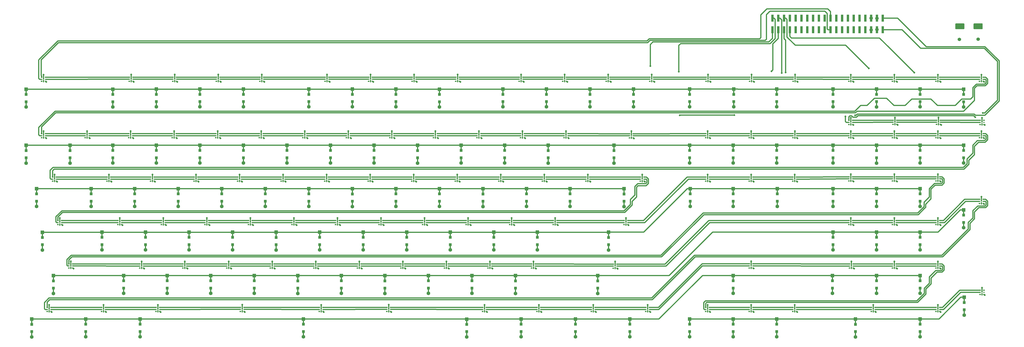
<source format=gbr>
G04 #@! TF.GenerationSoftware,KiCad,Pcbnew,(5.1.10)-1*
G04 #@! TF.CreationDate,2021-10-17T16:09:46+10:00*
G04 #@! TF.ProjectId,RedPyKeeb_mainboard,52656450-794b-4656-9562-5f6d61696e62,rev?*
G04 #@! TF.SameCoordinates,Original*
G04 #@! TF.FileFunction,Copper,L1,Top*
G04 #@! TF.FilePolarity,Positive*
%FSLAX46Y46*%
G04 Gerber Fmt 4.6, Leading zero omitted, Abs format (unit mm)*
G04 Created by KiCad (PCBNEW (5.1.10)-1) date 2021-10-17 16:09:46*
%MOMM*%
%LPD*%
G01*
G04 APERTURE LIST*
G04 #@! TA.AperFunction,SMDPad,CuDef*
%ADD10R,1.000000X3.150000*%
G04 #@! TD*
G04 #@! TA.AperFunction,SMDPad,CuDef*
%ADD11R,0.800000X0.500000*%
G04 #@! TD*
G04 #@! TA.AperFunction,SMDPad,CuDef*
%ADD12R,0.800000X0.300000*%
G04 #@! TD*
G04 #@! TA.AperFunction,SMDPad,CuDef*
%ADD13R,0.500000X1.000000*%
G04 #@! TD*
G04 #@! TA.AperFunction,SMDPad,CuDef*
%ADD14R,0.500000X2.180000*%
G04 #@! TD*
G04 #@! TA.AperFunction,ComponentPad*
%ADD15C,0.800000*%
G04 #@! TD*
G04 #@! TA.AperFunction,SMDPad,CuDef*
%ADD16R,0.500000X2.500000*%
G04 #@! TD*
G04 #@! TA.AperFunction,ComponentPad*
%ADD17C,1.600000*%
G04 #@! TD*
G04 #@! TA.AperFunction,ComponentPad*
%ADD18R,1.600000X1.600000*%
G04 #@! TD*
G04 #@! TA.AperFunction,SMDPad,CuDef*
%ADD19R,1.200000X1.200000*%
G04 #@! TD*
G04 #@! TA.AperFunction,ViaPad*
%ADD20C,0.800000*%
G04 #@! TD*
G04 #@! TA.AperFunction,ViaPad*
%ADD21C,1.524000*%
G04 #@! TD*
G04 #@! TA.AperFunction,Conductor*
%ADD22C,0.508000*%
G04 #@! TD*
G04 #@! TA.AperFunction,Conductor*
%ADD23C,1.016000*%
G04 #@! TD*
G04 APERTURE END LIST*
D10*
X382371600Y-26845260D03*
X362051600Y-21795500D03*
X392531600Y-21795500D03*
X392531600Y-26845500D03*
X389991600Y-21795500D03*
X389991600Y-26845500D03*
X387451600Y-21795500D03*
X387451600Y-26845500D03*
X384911600Y-21795500D03*
X384911600Y-26845500D03*
X382371600Y-21795500D03*
X379831600Y-21795500D03*
X379831600Y-26845500D03*
X377291600Y-21795500D03*
X377291600Y-26845500D03*
X374751600Y-21795500D03*
X374751600Y-26845500D03*
X372211600Y-21795500D03*
X372211600Y-26845500D03*
X369671600Y-21795500D03*
X369671600Y-26845500D03*
X367131600Y-21795500D03*
X367131600Y-26845500D03*
X364591600Y-21795500D03*
X364591600Y-26845500D03*
X362051600Y-26845500D03*
X359511600Y-21795500D03*
X359511600Y-26845500D03*
X356971600Y-21795500D03*
X356971600Y-26845500D03*
X354431600Y-21795500D03*
X354431600Y-26845500D03*
X351891600Y-21795500D03*
X351891600Y-26845500D03*
X349351600Y-21795500D03*
X349351600Y-26845500D03*
X346811600Y-21795500D03*
X346811600Y-26845500D03*
X344271600Y-21795500D03*
X344271600Y-26845500D03*
D11*
X64540500Y-49477500D03*
D12*
X64540500Y-48577500D03*
D11*
X64540500Y-47677500D03*
D12*
X62840500Y-48577500D03*
D11*
X62840500Y-47677500D03*
X62840500Y-49477500D03*
D13*
X63690500Y-49407500D03*
D14*
X63690500Y-47587500D03*
D15*
X63690500Y-46545500D03*
X64833500Y-49720500D03*
D16*
X93789500Y-59481700D03*
X93789500Y-54081700D03*
D17*
X93789500Y-60681700D03*
D18*
X93789500Y-52881700D03*
D19*
X93789500Y-55206700D03*
X93789500Y-58356700D03*
D16*
X74739500Y-59481700D03*
X74739500Y-54081700D03*
D17*
X74739500Y-60681700D03*
D18*
X74739500Y-52881700D03*
D19*
X74739500Y-55206700D03*
X74739500Y-58356700D03*
X55689500Y-58407500D03*
X55689500Y-55257500D03*
D18*
X55689500Y-52932500D03*
D17*
X55689500Y-60732500D03*
D16*
X55689500Y-54132500D03*
X55689500Y-59532500D03*
D15*
X102933500Y-49720500D03*
X101790500Y-46545500D03*
D14*
X101790500Y-47587500D03*
D13*
X101790500Y-49407500D03*
D11*
X100940500Y-49477500D03*
X100940500Y-47677500D03*
D12*
X100940500Y-48577500D03*
D11*
X102640500Y-47677500D03*
D12*
X102640500Y-48577500D03*
D11*
X102640500Y-49477500D03*
D15*
X121983500Y-49720500D03*
X120840500Y-46545500D03*
D14*
X120840500Y-47587500D03*
D13*
X120840500Y-49407500D03*
D11*
X119990500Y-49477500D03*
X119990500Y-47677500D03*
D12*
X119990500Y-48577500D03*
D11*
X121690500Y-47677500D03*
D12*
X121690500Y-48577500D03*
D11*
X121690500Y-49477500D03*
D15*
X83883500Y-49720500D03*
X82740500Y-46545500D03*
D14*
X82740500Y-47587500D03*
D13*
X82740500Y-49407500D03*
D11*
X81890500Y-49477500D03*
X81890500Y-47677500D03*
D12*
X81890500Y-48577500D03*
D11*
X83590500Y-47677500D03*
D12*
X83590500Y-48577500D03*
D11*
X83590500Y-49477500D03*
D16*
X112839500Y-59481700D03*
X112839500Y-54081700D03*
D17*
X112839500Y-60681700D03*
D18*
X112839500Y-52881700D03*
D19*
X112839500Y-55206700D03*
X112839500Y-58356700D03*
G04 #@! TA.AperFunction,SMDPad,CuDef*
G36*
G01*
X424288700Y-26361900D02*
X424288700Y-24361900D01*
G75*
G02*
X424538700Y-24111900I250000J0D01*
G01*
X428038700Y-24111900D01*
G75*
G02*
X428288700Y-24361900I0J-250000D01*
G01*
X428288700Y-26361900D01*
G75*
G02*
X428038700Y-26611900I-250000J0D01*
G01*
X424538700Y-26611900D01*
G75*
G02*
X424288700Y-26361900I0J250000D01*
G01*
G37*
G04 #@! TD.AperFunction*
G04 #@! TA.AperFunction,SMDPad,CuDef*
G36*
G01*
X432288700Y-26361900D02*
X432288700Y-24361900D01*
G75*
G02*
X432538700Y-24111900I250000J0D01*
G01*
X436038700Y-24111900D01*
G75*
G02*
X436288700Y-24361900I0J-250000D01*
G01*
X436288700Y-26361900D01*
G75*
G02*
X436038700Y-26611900I-250000J0D01*
G01*
X432538700Y-26611900D01*
G75*
G02*
X432288700Y-26361900I0J250000D01*
G01*
G37*
G04 #@! TD.AperFunction*
D15*
X437165750Y-143160750D03*
X436022750Y-139985750D03*
D14*
X436022750Y-141027750D03*
D13*
X436022750Y-142847750D03*
D11*
X435172750Y-142917750D03*
X435172750Y-141117750D03*
D12*
X435172750Y-142017750D03*
D11*
X436872750Y-141117750D03*
D12*
X436872750Y-142017750D03*
D11*
X436872750Y-142917750D03*
D16*
X428212250Y-150762950D03*
X428212250Y-145362950D03*
D17*
X428212250Y-151962950D03*
D18*
X428212250Y-144162950D03*
D19*
X428212250Y-146487950D03*
X428212250Y-149637950D03*
D15*
X417861750Y-150653750D03*
X416718750Y-147478750D03*
D14*
X416718750Y-148520750D03*
D13*
X416718750Y-150340750D03*
D11*
X415868750Y-150410750D03*
X415868750Y-148610750D03*
D12*
X415868750Y-149510750D03*
D11*
X417568750Y-148610750D03*
D12*
X417568750Y-149510750D03*
D11*
X417568750Y-150410750D03*
D16*
X408908250Y-160287950D03*
X408908250Y-154887950D03*
D17*
X408908250Y-161487950D03*
D18*
X408908250Y-153687950D03*
D19*
X408908250Y-156012950D03*
X408908250Y-159162950D03*
D15*
X417861750Y-131603750D03*
X416718750Y-128428750D03*
D14*
X416718750Y-129470750D03*
D13*
X416718750Y-131290750D03*
D11*
X415868750Y-131360750D03*
X415868750Y-129560750D03*
D12*
X415868750Y-130460750D03*
D11*
X417568750Y-129560750D03*
D12*
X417568750Y-130460750D03*
D11*
X417568750Y-131360750D03*
D16*
X408908250Y-141237950D03*
X408908250Y-135837950D03*
D17*
X408908250Y-142437950D03*
D18*
X408908250Y-134637950D03*
D19*
X408908250Y-136962950D03*
X408908250Y-140112950D03*
D16*
X389858250Y-141237950D03*
X389858250Y-135837950D03*
D17*
X389858250Y-142437950D03*
D18*
X389858250Y-134637950D03*
D19*
X389858250Y-136962950D03*
X389858250Y-140112950D03*
D15*
X398811750Y-131603750D03*
X397668750Y-128428750D03*
D14*
X397668750Y-129470750D03*
D13*
X397668750Y-131290750D03*
D11*
X396818750Y-131360750D03*
X396818750Y-129560750D03*
D12*
X396818750Y-130460750D03*
D11*
X398518750Y-129560750D03*
D12*
X398518750Y-130460750D03*
D11*
X398518750Y-131360750D03*
D15*
X417861750Y-112553750D03*
X416718750Y-109378750D03*
D14*
X416718750Y-110420750D03*
D13*
X416718750Y-112240750D03*
D11*
X415868750Y-112310750D03*
X415868750Y-110510750D03*
D12*
X415868750Y-111410750D03*
D11*
X417568750Y-110510750D03*
D12*
X417568750Y-111410750D03*
D11*
X417568750Y-112310750D03*
D16*
X408908250Y-122187950D03*
X408908250Y-116787950D03*
D17*
X408908250Y-123387950D03*
D18*
X408908250Y-115587950D03*
D19*
X408908250Y-117912950D03*
X408908250Y-121062950D03*
D15*
X398811750Y-112553750D03*
X397668750Y-109378750D03*
D14*
X397668750Y-110420750D03*
D13*
X397668750Y-112240750D03*
D11*
X396818750Y-112310750D03*
X396818750Y-110510750D03*
D12*
X396818750Y-111410750D03*
D11*
X398518750Y-110510750D03*
D12*
X398518750Y-111410750D03*
D11*
X398518750Y-112310750D03*
D16*
X389858250Y-122187950D03*
X389858250Y-116787950D03*
D17*
X389858250Y-123387950D03*
D18*
X389858250Y-115587950D03*
D19*
X389858250Y-117912950D03*
X389858250Y-121062950D03*
D15*
X389540750Y-150653750D03*
X388397750Y-147478750D03*
D14*
X388397750Y-148520750D03*
D13*
X388397750Y-150340750D03*
D11*
X387547750Y-150410750D03*
X387547750Y-148610750D03*
D12*
X387547750Y-149510750D03*
D11*
X389247750Y-148610750D03*
D12*
X389247750Y-149510750D03*
D11*
X389247750Y-150410750D03*
D16*
X380587250Y-160338750D03*
X380587250Y-154938750D03*
D17*
X380587250Y-161538750D03*
D18*
X380587250Y-153738750D03*
D19*
X380587250Y-156063750D03*
X380587250Y-159213750D03*
D15*
X380015750Y-131603750D03*
X378872750Y-128428750D03*
D14*
X378872750Y-129470750D03*
D13*
X378872750Y-131290750D03*
D11*
X378022750Y-131360750D03*
X378022750Y-129560750D03*
D12*
X378022750Y-130460750D03*
D11*
X379722750Y-129560750D03*
D12*
X379722750Y-130460750D03*
D11*
X379722750Y-131360750D03*
D16*
X370554250Y-141237950D03*
X370554250Y-135837950D03*
D17*
X370554250Y-142437950D03*
D18*
X370554250Y-134637950D03*
D19*
X370554250Y-136962950D03*
X370554250Y-140112950D03*
D15*
X379761750Y-112553750D03*
X378618750Y-109378750D03*
D14*
X378618750Y-110420750D03*
D13*
X378618750Y-112240750D03*
D11*
X377768750Y-112310750D03*
X377768750Y-110510750D03*
D12*
X377768750Y-111410750D03*
D11*
X379468750Y-110510750D03*
D12*
X379468750Y-111410750D03*
D11*
X379468750Y-112310750D03*
D16*
X370808250Y-122187950D03*
X370808250Y-116787950D03*
D17*
X370808250Y-123387950D03*
D18*
X370808250Y-115587950D03*
D19*
X370808250Y-117912950D03*
X370808250Y-121062950D03*
D15*
X436911750Y-103282750D03*
X435768750Y-100107750D03*
D14*
X435768750Y-101149750D03*
D13*
X435768750Y-102969750D03*
D11*
X434918750Y-103039750D03*
X434918750Y-101239750D03*
D12*
X434918750Y-102139750D03*
D11*
X436618750Y-101239750D03*
D12*
X436618750Y-102139750D03*
D11*
X436618750Y-103039750D03*
D16*
X427958250Y-112459750D03*
X427958250Y-107059750D03*
D17*
X427958250Y-113659750D03*
D18*
X427958250Y-105859750D03*
D19*
X427958250Y-108184750D03*
X427958250Y-111334750D03*
D15*
X417861750Y-93402150D03*
X416718750Y-90227150D03*
D14*
X416718750Y-91269150D03*
D13*
X416718750Y-93089150D03*
D11*
X415868750Y-93159150D03*
X415868750Y-91359150D03*
D12*
X415868750Y-92259150D03*
D11*
X417568750Y-91359150D03*
D12*
X417568750Y-92259150D03*
D11*
X417568750Y-93159150D03*
D16*
X408908250Y-103137950D03*
X408908250Y-97737950D03*
D17*
X408908250Y-104337950D03*
D18*
X408908250Y-96537950D03*
D19*
X408908250Y-98862950D03*
X408908250Y-102012950D03*
D15*
X398811750Y-93402150D03*
X397668750Y-90227150D03*
D14*
X397668750Y-91269150D03*
D13*
X397668750Y-93089150D03*
D11*
X396818750Y-93159150D03*
X396818750Y-91359150D03*
D12*
X396818750Y-92259150D03*
D11*
X398518750Y-91359150D03*
D12*
X398518750Y-92259150D03*
D11*
X398518750Y-93159150D03*
D16*
X389858250Y-103137950D03*
X389858250Y-97737950D03*
D17*
X389858250Y-104337950D03*
D18*
X389858250Y-96537950D03*
D19*
X389858250Y-98862950D03*
X389858250Y-102012950D03*
D16*
X370808250Y-103137950D03*
X370808250Y-97737950D03*
D17*
X370808250Y-104337950D03*
D18*
X370808250Y-96537950D03*
D19*
X370808250Y-98862950D03*
X370808250Y-102012950D03*
D15*
X379761750Y-93402150D03*
X378618750Y-90227150D03*
D14*
X378618750Y-91269150D03*
D13*
X378618750Y-93089150D03*
D11*
X377768750Y-93159150D03*
X377768750Y-91359150D03*
D12*
X377768750Y-92259150D03*
D11*
X379468750Y-91359150D03*
D12*
X379468750Y-92259150D03*
D11*
X379468750Y-93159150D03*
D15*
X436911750Y-74453750D03*
X435768750Y-71278750D03*
D14*
X435768750Y-72320750D03*
D13*
X435768750Y-74140750D03*
D11*
X434918750Y-74210750D03*
X434918750Y-72410750D03*
D12*
X434918750Y-73310750D03*
D11*
X436618750Y-72410750D03*
D12*
X436618750Y-73310750D03*
D11*
X436618750Y-74210750D03*
D16*
X427958250Y-84087950D03*
X427958250Y-78687950D03*
D17*
X427958250Y-85287950D03*
D18*
X427958250Y-77487950D03*
D19*
X427958250Y-79812950D03*
X427958250Y-82962950D03*
D15*
X417861750Y-74466450D03*
X416718750Y-71291450D03*
D14*
X416718750Y-72333450D03*
D13*
X416718750Y-74153450D03*
D11*
X415868750Y-74223450D03*
X415868750Y-72423450D03*
D12*
X415868750Y-73323450D03*
D11*
X417568750Y-72423450D03*
D12*
X417568750Y-73323450D03*
D11*
X417568750Y-74223450D03*
D16*
X408908250Y-84087950D03*
X408908250Y-78687950D03*
D17*
X408908250Y-85287950D03*
D18*
X408908250Y-77487950D03*
D19*
X408908250Y-79812950D03*
X408908250Y-82962950D03*
D11*
X398518750Y-74210750D03*
D12*
X398518750Y-73310750D03*
D11*
X398518750Y-72410750D03*
D12*
X396818750Y-73310750D03*
D11*
X396818750Y-72410750D03*
X396818750Y-74210750D03*
D13*
X397668750Y-74140750D03*
D14*
X397668750Y-72320750D03*
D15*
X397668750Y-71278750D03*
X398811750Y-74453750D03*
D19*
X389858250Y-83013750D03*
X389858250Y-79863750D03*
D18*
X389858250Y-77538750D03*
D17*
X389858250Y-85338750D03*
D16*
X389858250Y-78738750D03*
X389858250Y-84138750D03*
X370808250Y-84087950D03*
X370808250Y-78687950D03*
D17*
X370808250Y-85287950D03*
D18*
X370808250Y-77487950D03*
D19*
X370808250Y-79812950D03*
X370808250Y-82962950D03*
D15*
X379761750Y-74453750D03*
X378618750Y-71278750D03*
D14*
X378618750Y-72320750D03*
D13*
X378618750Y-74140750D03*
D11*
X377768750Y-74210750D03*
X377768750Y-72410750D03*
D12*
X377768750Y-73310750D03*
D11*
X379468750Y-72410750D03*
D12*
X379468750Y-73310750D03*
D11*
X379468750Y-74210750D03*
D15*
X436911750Y-49733200D03*
X435768750Y-46558200D03*
D14*
X435768750Y-47600200D03*
D13*
X435768750Y-49420200D03*
D11*
X434918750Y-49490200D03*
X434918750Y-47690200D03*
D12*
X434918750Y-48590200D03*
D11*
X436618750Y-47690200D03*
D12*
X436618750Y-48590200D03*
D11*
X436618750Y-49490200D03*
D15*
X437165750Y-68643500D03*
X436022750Y-65468500D03*
D14*
X436022750Y-66510500D03*
D13*
X436022750Y-68330500D03*
D11*
X435172750Y-68400500D03*
X435172750Y-66600500D03*
D12*
X435172750Y-67500500D03*
D11*
X436872750Y-66600500D03*
D12*
X436872750Y-67500500D03*
D11*
X436872750Y-68400500D03*
D16*
X427958250Y-59532500D03*
X427958250Y-54132500D03*
D17*
X427958250Y-60732500D03*
D18*
X427958250Y-52932500D03*
D19*
X427958250Y-55257500D03*
X427958250Y-58407500D03*
D15*
X418115750Y-68592700D03*
X416972750Y-65417700D03*
D14*
X416972750Y-66459700D03*
D13*
X416972750Y-68279700D03*
D11*
X416122750Y-68349700D03*
X416122750Y-66549700D03*
D12*
X416122750Y-67449700D03*
D11*
X417822750Y-66549700D03*
D12*
X417822750Y-67449700D03*
D11*
X417822750Y-68349700D03*
D15*
X417849050Y-49733200D03*
X416706050Y-46558200D03*
D14*
X416706050Y-47600200D03*
D13*
X416706050Y-49420200D03*
D11*
X415856050Y-49490200D03*
X415856050Y-47690200D03*
D12*
X415856050Y-48590200D03*
D11*
X417556050Y-47690200D03*
D12*
X417556050Y-48590200D03*
D11*
X417556050Y-49490200D03*
D16*
X408908250Y-59481700D03*
X408908250Y-54081700D03*
D17*
X408908250Y-60681700D03*
D18*
X408908250Y-52881700D03*
D19*
X408908250Y-55206700D03*
X408908250Y-58356700D03*
D15*
X399065750Y-68605400D03*
X397922750Y-65430400D03*
D14*
X397922750Y-66472400D03*
D13*
X397922750Y-68292400D03*
D11*
X397072750Y-68362400D03*
X397072750Y-66562400D03*
D12*
X397072750Y-67462400D03*
D11*
X398772750Y-66562400D03*
D12*
X398772750Y-67462400D03*
D11*
X398772750Y-68362400D03*
D15*
X398799050Y-49745900D03*
X397656050Y-46570900D03*
D14*
X397656050Y-47612900D03*
D13*
X397656050Y-49432900D03*
D11*
X396806050Y-49502900D03*
X396806050Y-47702900D03*
D12*
X396806050Y-48602900D03*
D11*
X398506050Y-47702900D03*
D12*
X398506050Y-48602900D03*
D11*
X398506050Y-49502900D03*
D16*
X389858250Y-59494400D03*
X389858250Y-54094400D03*
D17*
X389858250Y-60694400D03*
D18*
X389858250Y-52894400D03*
D19*
X389858250Y-55219400D03*
X389858250Y-58369400D03*
D11*
X379456050Y-49490200D03*
D12*
X379456050Y-48590200D03*
D11*
X379456050Y-47690200D03*
D12*
X377756050Y-48590200D03*
D11*
X377756050Y-47690200D03*
X377756050Y-49490200D03*
D13*
X378606050Y-49420200D03*
D14*
X378606050Y-47600200D03*
D15*
X378606050Y-46558200D03*
X379749050Y-49733200D03*
D19*
X308102000Y-58356700D03*
X308102000Y-55206700D03*
D18*
X308102000Y-52881700D03*
D17*
X308102000Y-60681700D03*
D16*
X308102000Y-54081700D03*
X308102000Y-59481700D03*
D11*
X316953000Y-49477500D03*
D12*
X316953000Y-48577500D03*
D11*
X316953000Y-47677500D03*
D12*
X315253000Y-48577500D03*
D11*
X315253000Y-47677500D03*
X315253000Y-49477500D03*
D13*
X316103000Y-49407500D03*
D14*
X316103000Y-47587500D03*
D15*
X316103000Y-46545500D03*
X317246000Y-49720500D03*
D11*
X316762500Y-74210750D03*
D12*
X316762500Y-73310750D03*
D11*
X316762500Y-72410750D03*
D12*
X315062500Y-73310750D03*
D11*
X315062500Y-72410750D03*
X315062500Y-74210750D03*
D13*
X315912500Y-74140750D03*
D14*
X315912500Y-72320750D03*
D15*
X315912500Y-71278750D03*
X317055500Y-74453750D03*
D19*
X308102000Y-82962950D03*
X308102000Y-79812950D03*
D18*
X308102000Y-77487950D03*
D17*
X308102000Y-85287950D03*
D16*
X308102000Y-78687950D03*
X308102000Y-84087950D03*
D15*
X336105500Y-74453750D03*
X334962500Y-71278750D03*
D14*
X334962500Y-72320750D03*
D13*
X334962500Y-74140750D03*
D11*
X334112500Y-74210750D03*
X334112500Y-72410750D03*
D12*
X334112500Y-73310750D03*
D11*
X335812500Y-72410750D03*
D12*
X335812500Y-73310750D03*
D11*
X335812500Y-74210750D03*
X379405250Y-68400500D03*
D12*
X379405250Y-67500500D03*
D11*
X379405250Y-66600500D03*
D12*
X377705250Y-67500500D03*
D11*
X377705250Y-66600500D03*
X377705250Y-68400500D03*
D13*
X378555250Y-68330500D03*
D14*
X378555250Y-66510500D03*
D15*
X378555250Y-65468500D03*
X379698250Y-68643500D03*
D19*
X370808250Y-58356700D03*
X370808250Y-55206700D03*
D18*
X370808250Y-52881700D03*
D17*
X370808250Y-60681700D03*
D16*
X370808250Y-54081700D03*
X370808250Y-59481700D03*
D11*
X355053000Y-49477500D03*
D12*
X355053000Y-48577500D03*
D11*
X355053000Y-47677500D03*
D12*
X353353000Y-48577500D03*
D11*
X353353000Y-47677500D03*
X353353000Y-49477500D03*
D13*
X354203000Y-49407500D03*
D14*
X354203000Y-47587500D03*
D15*
X354203000Y-46545500D03*
X355346000Y-49720500D03*
D11*
X336003000Y-49477500D03*
D12*
X336003000Y-48577500D03*
D11*
X336003000Y-47677500D03*
D12*
X334303000Y-48577500D03*
D11*
X334303000Y-47677500D03*
X334303000Y-49477500D03*
D13*
X335153000Y-49407500D03*
D14*
X335153000Y-47587500D03*
D15*
X335153000Y-46545500D03*
X336296000Y-49720500D03*
D19*
X327406000Y-58356700D03*
X327406000Y-55206700D03*
D18*
X327406000Y-52881700D03*
D17*
X327406000Y-60681700D03*
D16*
X327406000Y-54081700D03*
X327406000Y-59481700D03*
D11*
X354862500Y-150410750D03*
D12*
X354862500Y-149510750D03*
D11*
X354862500Y-148610750D03*
D12*
X353162500Y-149510750D03*
D11*
X353162500Y-148610750D03*
X353162500Y-150410750D03*
D13*
X354012500Y-150340750D03*
D14*
X354012500Y-148520750D03*
D15*
X354012500Y-147478750D03*
X355155500Y-150653750D03*
D19*
X346202000Y-159162950D03*
X346202000Y-156012950D03*
D18*
X346202000Y-153687950D03*
D17*
X346202000Y-161487950D03*
D16*
X346202000Y-154887950D03*
X346202000Y-160287950D03*
D19*
X327152000Y-140112950D03*
X327152000Y-136962950D03*
D18*
X327152000Y-134637950D03*
D17*
X327152000Y-142437950D03*
D16*
X327152000Y-135837950D03*
X327152000Y-141237950D03*
D11*
X335812500Y-131309950D03*
D12*
X335812500Y-130409950D03*
D11*
X335812500Y-129509950D03*
D12*
X334112500Y-130409950D03*
D11*
X334112500Y-129509950D03*
X334112500Y-131309950D03*
D13*
X334962500Y-131239950D03*
D14*
X334962500Y-129419950D03*
D15*
X334962500Y-128377950D03*
X336105500Y-131552950D03*
D16*
X327152000Y-160287950D03*
X327152000Y-154887950D03*
D17*
X327152000Y-161487950D03*
D18*
X327152000Y-153687950D03*
D19*
X327152000Y-156012950D03*
X327152000Y-159162950D03*
D11*
X335812500Y-93260750D03*
D12*
X335812500Y-92360750D03*
D11*
X335812500Y-91460750D03*
D12*
X334112500Y-92360750D03*
D11*
X334112500Y-91460750D03*
X334112500Y-93260750D03*
D13*
X334962500Y-93190750D03*
D14*
X334962500Y-91370750D03*
D15*
X334962500Y-90328750D03*
X336105500Y-93503750D03*
D11*
X354940700Y-74236150D03*
D12*
X354940700Y-73336150D03*
D11*
X354940700Y-72436150D03*
D12*
X353240700Y-73336150D03*
D11*
X353240700Y-72436150D03*
X353240700Y-74236150D03*
D13*
X354090700Y-74166150D03*
D14*
X354090700Y-72346150D03*
D15*
X354090700Y-71304150D03*
X355233700Y-74479150D03*
D16*
X308356000Y-103137950D03*
X308356000Y-97737950D03*
D17*
X308356000Y-104337950D03*
D18*
X308356000Y-96537950D03*
D19*
X308356000Y-98862950D03*
X308356000Y-102012950D03*
D15*
X317055500Y-93503750D03*
X315912500Y-90328750D03*
D14*
X315912500Y-91370750D03*
D13*
X315912500Y-93190750D03*
D11*
X315062500Y-93260750D03*
X315062500Y-91460750D03*
D12*
X315062500Y-92360750D03*
D11*
X316762500Y-91460750D03*
D12*
X316762500Y-92360750D03*
D11*
X316762500Y-93260750D03*
D16*
X346456000Y-103137950D03*
X346456000Y-97737950D03*
D17*
X346456000Y-104337950D03*
D18*
X346456000Y-96537950D03*
D19*
X346456000Y-98862950D03*
X346456000Y-102012950D03*
X346202000Y-82962950D03*
X346202000Y-79812950D03*
D18*
X346202000Y-77487950D03*
D17*
X346202000Y-85287950D03*
D16*
X346202000Y-78687950D03*
X346202000Y-84087950D03*
D19*
X346202000Y-58356700D03*
X346202000Y-55206700D03*
D18*
X346202000Y-52881700D03*
D17*
X346202000Y-60681700D03*
D16*
X346202000Y-54081700D03*
X346202000Y-59481700D03*
D19*
X308102000Y-159162950D03*
X308102000Y-156012950D03*
D18*
X308102000Y-153687950D03*
D17*
X308102000Y-161487950D03*
D16*
X308102000Y-154887950D03*
X308102000Y-160287950D03*
D15*
X355155500Y-93503750D03*
X354012500Y-90328750D03*
D14*
X354012500Y-91370750D03*
D13*
X354012500Y-93190750D03*
D11*
X353162500Y-93260750D03*
X353162500Y-91460750D03*
D12*
X353162500Y-92360750D03*
D11*
X354862500Y-91460750D03*
D12*
X354862500Y-92360750D03*
D11*
X354862500Y-93260750D03*
D19*
X327152000Y-102012950D03*
X327152000Y-98862950D03*
D18*
X327152000Y-96537950D03*
D17*
X327152000Y-104337950D03*
D16*
X327152000Y-97737950D03*
X327152000Y-103137950D03*
D11*
X316762500Y-150410750D03*
D12*
X316762500Y-149510750D03*
D11*
X316762500Y-148610750D03*
D12*
X315062500Y-149510750D03*
D11*
X315062500Y-148610750D03*
X315062500Y-150410750D03*
D13*
X315912500Y-150340750D03*
D14*
X315912500Y-148520750D03*
D15*
X315912500Y-147478750D03*
X317055500Y-150653750D03*
X336105500Y-150653750D03*
X334962500Y-147478750D03*
D14*
X334962500Y-148520750D03*
D13*
X334962500Y-150340750D03*
D11*
X334112500Y-150410750D03*
X334112500Y-148610750D03*
D12*
X334112500Y-149510750D03*
D11*
X335812500Y-148610750D03*
D12*
X335812500Y-149510750D03*
D11*
X335812500Y-150410750D03*
D16*
X327152000Y-84087950D03*
X327152000Y-78687950D03*
D17*
X327152000Y-85287950D03*
D18*
X327152000Y-77487950D03*
D19*
X327152000Y-79812950D03*
X327152000Y-82962950D03*
D16*
X281908250Y-160287950D03*
X281908250Y-154887950D03*
D17*
X281908250Y-161487950D03*
D18*
X281908250Y-153687950D03*
D19*
X281908250Y-156012950D03*
X281908250Y-159162950D03*
D15*
X290861750Y-150653750D03*
X289718750Y-147478750D03*
D14*
X289718750Y-148520750D03*
D13*
X289718750Y-150340750D03*
D11*
X288868750Y-150410750D03*
X288868750Y-148610750D03*
D12*
X288868750Y-149510750D03*
D11*
X290568750Y-148610750D03*
D12*
X290568750Y-149510750D03*
D11*
X290568750Y-150410750D03*
D16*
X258095750Y-160287950D03*
X258095750Y-154887950D03*
D17*
X258095750Y-161487950D03*
D18*
X258095750Y-153687950D03*
D19*
X258095750Y-156012950D03*
X258095750Y-159162950D03*
D15*
X267049250Y-150653750D03*
X265906250Y-147478750D03*
D14*
X265906250Y-148520750D03*
D13*
X265906250Y-150340750D03*
D11*
X265056250Y-150410750D03*
X265056250Y-148610750D03*
D12*
X265056250Y-149510750D03*
D11*
X266756250Y-148610750D03*
D12*
X266756250Y-149510750D03*
D11*
X266756250Y-150410750D03*
D16*
X234283250Y-160287950D03*
X234283250Y-154887950D03*
D17*
X234283250Y-161487950D03*
D18*
X234283250Y-153687950D03*
D19*
X234283250Y-156012950D03*
X234283250Y-159162950D03*
D15*
X243236750Y-150653750D03*
X242093750Y-147478750D03*
D14*
X242093750Y-148520750D03*
D13*
X242093750Y-150340750D03*
D11*
X241243750Y-150410750D03*
X241243750Y-148610750D03*
D12*
X241243750Y-149510750D03*
D11*
X242943750Y-148610750D03*
D12*
X242943750Y-149510750D03*
D11*
X242943750Y-150410750D03*
D16*
X210496150Y-160351450D03*
X210496150Y-154951450D03*
D17*
X210496150Y-161551450D03*
D18*
X210496150Y-153751450D03*
D19*
X210496150Y-156076450D03*
X210496150Y-159226450D03*
D15*
X219449650Y-150653750D03*
X218306650Y-147478750D03*
D14*
X218306650Y-148520750D03*
D13*
X218306650Y-150340750D03*
D11*
X217456650Y-150410750D03*
X217456650Y-148610750D03*
D12*
X217456650Y-149510750D03*
D11*
X219156650Y-148610750D03*
D12*
X219156650Y-149510750D03*
D11*
X219156650Y-150410750D03*
D15*
X147986750Y-150653750D03*
X146843750Y-147478750D03*
D14*
X146843750Y-148520750D03*
D13*
X146843750Y-150340750D03*
D11*
X145993750Y-150410750D03*
X145993750Y-148610750D03*
D12*
X145993750Y-149510750D03*
D11*
X147693750Y-148610750D03*
D12*
X147693750Y-149510750D03*
D11*
X147693750Y-150410750D03*
D15*
X113417350Y-150641050D03*
X112274350Y-147466050D03*
D14*
X112274350Y-148508050D03*
D13*
X112274350Y-150328050D03*
D11*
X111424350Y-150398050D03*
X111424350Y-148598050D03*
D12*
X111424350Y-149498050D03*
D11*
X113124350Y-148598050D03*
D12*
X113124350Y-149498050D03*
D11*
X113124350Y-150398050D03*
D16*
X139033250Y-160287950D03*
X139033250Y-154887950D03*
D17*
X139033250Y-161487950D03*
D18*
X139033250Y-153687950D03*
D19*
X139033250Y-156012950D03*
X139033250Y-159162950D03*
D15*
X177514250Y-150628350D03*
X176371250Y-147453350D03*
D14*
X176371250Y-148495350D03*
D13*
X176371250Y-150315350D03*
D11*
X175521250Y-150385350D03*
X175521250Y-148585350D03*
D12*
X175521250Y-149485350D03*
D11*
X177221250Y-148585350D03*
D12*
X177221250Y-149485350D03*
D11*
X177221250Y-150385350D03*
D15*
X76549250Y-150653750D03*
X75406250Y-147478750D03*
D14*
X75406250Y-148520750D03*
D13*
X75406250Y-150340750D03*
D11*
X74556250Y-150410750D03*
X74556250Y-148610750D03*
D12*
X74556250Y-149510750D03*
D11*
X76256250Y-148610750D03*
D12*
X76256250Y-149510750D03*
D11*
X76256250Y-150410750D03*
D16*
X67595750Y-160287950D03*
X67595750Y-154887950D03*
D17*
X67595750Y-161487950D03*
D18*
X67595750Y-153687950D03*
D19*
X67595750Y-156012950D03*
X67595750Y-159162950D03*
D15*
X52736750Y-150653750D03*
X51593750Y-147478750D03*
D14*
X51593750Y-148520750D03*
D13*
X51593750Y-150340750D03*
D11*
X50743750Y-150410750D03*
X50743750Y-148610750D03*
D12*
X50743750Y-149510750D03*
D11*
X52443750Y-148610750D03*
D12*
X52443750Y-149510750D03*
D11*
X52443750Y-150410750D03*
D16*
X43783250Y-160287950D03*
X43783250Y-154887950D03*
D17*
X43783250Y-161487950D03*
D18*
X43783250Y-153687950D03*
D19*
X43783250Y-156012950D03*
X43783250Y-159162950D03*
D16*
X267811250Y-141288750D03*
X267811250Y-135888750D03*
D17*
X267811250Y-142488750D03*
D18*
X267811250Y-134688750D03*
D19*
X267811250Y-137013750D03*
X267811250Y-140163750D03*
D15*
X276574250Y-131654550D03*
X275431250Y-128479550D03*
D14*
X275431250Y-129521550D03*
D13*
X275431250Y-131341550D03*
D11*
X274581250Y-131411550D03*
X274581250Y-129611550D03*
D12*
X274581250Y-130511550D03*
D11*
X276281250Y-129611550D03*
D12*
X276281250Y-130511550D03*
D11*
X276281250Y-131411550D03*
D16*
X231902000Y-141288750D03*
X231902000Y-135888750D03*
D17*
X231902000Y-142488750D03*
D18*
X231902000Y-134688750D03*
D19*
X231902000Y-137013750D03*
X231902000Y-140163750D03*
D15*
X240855500Y-131603750D03*
X239712500Y-128428750D03*
D14*
X239712500Y-129470750D03*
D13*
X239712500Y-131290750D03*
D11*
X238862500Y-131360750D03*
X238862500Y-129560750D03*
D12*
X238862500Y-130460750D03*
D11*
X240562500Y-129560750D03*
D12*
X240562500Y-130460750D03*
D11*
X240562500Y-131360750D03*
D16*
X212852000Y-141237950D03*
X212852000Y-135837950D03*
D17*
X212852000Y-142437950D03*
D18*
X212852000Y-134637950D03*
D19*
X212852000Y-136962950D03*
X212852000Y-140112950D03*
D15*
X221805500Y-131603750D03*
X220662500Y-128428750D03*
D14*
X220662500Y-129470750D03*
D13*
X220662500Y-131290750D03*
D11*
X219812500Y-131360750D03*
X219812500Y-129560750D03*
D12*
X219812500Y-130460750D03*
D11*
X221512500Y-129560750D03*
D12*
X221512500Y-130460750D03*
D11*
X221512500Y-131360750D03*
D16*
X193802000Y-141237950D03*
X193802000Y-135837950D03*
D17*
X193802000Y-142437950D03*
D18*
X193802000Y-134637950D03*
D19*
X193802000Y-136962950D03*
X193802000Y-140112950D03*
D15*
X202755500Y-131603750D03*
X201612500Y-128428750D03*
D14*
X201612500Y-129470750D03*
D13*
X201612500Y-131290750D03*
D11*
X200762500Y-131360750D03*
X200762500Y-129560750D03*
D12*
X200762500Y-130460750D03*
D11*
X202462500Y-129560750D03*
D12*
X202462500Y-130460750D03*
D11*
X202462500Y-131360750D03*
D16*
X174752000Y-141288750D03*
X174752000Y-135888750D03*
D17*
X174752000Y-142488750D03*
D18*
X174752000Y-134688750D03*
D19*
X174752000Y-137013750D03*
X174752000Y-140163750D03*
D15*
X183705500Y-131603750D03*
X182562500Y-128428750D03*
D14*
X182562500Y-129470750D03*
D13*
X182562500Y-131290750D03*
D11*
X181712500Y-131360750D03*
X181712500Y-129560750D03*
D12*
X181712500Y-130460750D03*
D11*
X183412500Y-129560750D03*
D12*
X183412500Y-130460750D03*
D11*
X183412500Y-131360750D03*
D16*
X155702000Y-141237950D03*
X155702000Y-135837950D03*
D17*
X155702000Y-142437950D03*
D18*
X155702000Y-134637950D03*
D19*
X155702000Y-136962950D03*
X155702000Y-140112950D03*
D15*
X164655500Y-131603750D03*
X163512500Y-128428750D03*
D14*
X163512500Y-129470750D03*
D13*
X163512500Y-131290750D03*
D11*
X162662500Y-131360750D03*
X162662500Y-129560750D03*
D12*
X162662500Y-130460750D03*
D11*
X164362500Y-129560750D03*
D12*
X164362500Y-130460750D03*
D11*
X164362500Y-131360750D03*
D16*
X136652000Y-141288750D03*
X136652000Y-135888750D03*
D17*
X136652000Y-142488750D03*
D18*
X136652000Y-134688750D03*
D19*
X136652000Y-137013750D03*
X136652000Y-140163750D03*
D15*
X145605500Y-131603750D03*
X144462500Y-128428750D03*
D14*
X144462500Y-129470750D03*
D13*
X144462500Y-131290750D03*
D11*
X143612500Y-131360750D03*
X143612500Y-129560750D03*
D12*
X143612500Y-130460750D03*
D11*
X145312500Y-129560750D03*
D12*
X145312500Y-130460750D03*
D11*
X145312500Y-131360750D03*
D16*
X117602000Y-141237950D03*
X117602000Y-135837950D03*
D17*
X117602000Y-142437950D03*
D18*
X117602000Y-134637950D03*
D19*
X117602000Y-136962950D03*
X117602000Y-140112950D03*
D15*
X126555500Y-131603750D03*
X125412500Y-128428750D03*
D14*
X125412500Y-129470750D03*
D13*
X125412500Y-131290750D03*
D11*
X124562500Y-131360750D03*
X124562500Y-129560750D03*
D12*
X124562500Y-130460750D03*
D11*
X126262500Y-129560750D03*
D12*
X126262500Y-130460750D03*
D11*
X126262500Y-131360750D03*
D15*
X107505500Y-131603750D03*
X106362500Y-128428750D03*
D14*
X106362500Y-129470750D03*
D13*
X106362500Y-131290750D03*
D11*
X105512500Y-131360750D03*
X105512500Y-129560750D03*
D12*
X105512500Y-130460750D03*
D11*
X107212500Y-129560750D03*
D12*
X107212500Y-130460750D03*
D11*
X107212500Y-131360750D03*
D16*
X98552000Y-141237950D03*
X98552000Y-135837950D03*
D17*
X98552000Y-142437950D03*
D18*
X98552000Y-134637950D03*
D19*
X98552000Y-136962950D03*
X98552000Y-140112950D03*
D15*
X88315500Y-131603750D03*
X87172500Y-128428750D03*
D14*
X87172500Y-129470750D03*
D13*
X87172500Y-131290750D03*
D11*
X86322500Y-131360750D03*
X86322500Y-129560750D03*
D12*
X86322500Y-130460750D03*
D11*
X88022500Y-129560750D03*
D12*
X88022500Y-130460750D03*
D11*
X88022500Y-131360750D03*
D16*
X79502000Y-141237950D03*
X79502000Y-135837950D03*
D17*
X79502000Y-142437950D03*
D18*
X79502000Y-134637950D03*
D19*
X79502000Y-136962950D03*
X79502000Y-140112950D03*
D15*
X69405500Y-131603750D03*
X68262500Y-128428750D03*
D14*
X68262500Y-129470750D03*
D13*
X68262500Y-131290750D03*
D11*
X67412500Y-131360750D03*
X67412500Y-129560750D03*
D12*
X67412500Y-130460750D03*
D11*
X69112500Y-129560750D03*
D12*
X69112500Y-130460750D03*
D11*
X69112500Y-131360750D03*
D16*
X60452000Y-141237950D03*
X60452000Y-135837950D03*
D17*
X60452000Y-142437950D03*
D18*
X60452000Y-134637950D03*
D19*
X60452000Y-136962950D03*
X60452000Y-140112950D03*
D16*
X272573750Y-122238750D03*
X272573750Y-116838750D03*
D17*
X272573750Y-123438750D03*
D18*
X272573750Y-115638750D03*
D19*
X272573750Y-117963750D03*
X272573750Y-121113750D03*
D15*
X281311350Y-112566450D03*
X280168350Y-109391450D03*
D14*
X280168350Y-110433450D03*
D13*
X280168350Y-112253450D03*
D11*
X279318350Y-112323450D03*
X279318350Y-110523450D03*
D12*
X279318350Y-111423450D03*
D11*
X281018350Y-110523450D03*
D12*
X281018350Y-111423450D03*
D11*
X281018350Y-112323450D03*
D16*
X241427000Y-122187950D03*
X241427000Y-116787950D03*
D17*
X241427000Y-123387950D03*
D18*
X241427000Y-115587950D03*
D19*
X241427000Y-117912950D03*
X241427000Y-121062950D03*
D15*
X250380500Y-112553750D03*
X249237500Y-109378750D03*
D14*
X249237500Y-110420750D03*
D13*
X249237500Y-112240750D03*
D11*
X248387500Y-112310750D03*
X248387500Y-110510750D03*
D12*
X248387500Y-111410750D03*
D11*
X250087500Y-110510750D03*
D12*
X250087500Y-111410750D03*
D11*
X250087500Y-112310750D03*
D16*
X222377000Y-122187950D03*
X222377000Y-116787950D03*
D17*
X222377000Y-123387950D03*
D18*
X222377000Y-115587950D03*
D19*
X222377000Y-117912950D03*
X222377000Y-121062950D03*
D15*
X231330500Y-112553750D03*
X230187500Y-109378750D03*
D14*
X230187500Y-110420750D03*
D13*
X230187500Y-112240750D03*
D11*
X229337500Y-112310750D03*
X229337500Y-110510750D03*
D12*
X229337500Y-111410750D03*
D11*
X231037500Y-110510750D03*
D12*
X231037500Y-111410750D03*
D11*
X231037500Y-112310750D03*
D16*
X203327000Y-122187950D03*
X203327000Y-116787950D03*
D17*
X203327000Y-123387950D03*
D18*
X203327000Y-115587950D03*
D19*
X203327000Y-117912950D03*
X203327000Y-121062950D03*
D15*
X212280500Y-112553750D03*
X211137500Y-109378750D03*
D14*
X211137500Y-110420750D03*
D13*
X211137500Y-112240750D03*
D11*
X210287500Y-112310750D03*
X210287500Y-110510750D03*
D12*
X210287500Y-111410750D03*
D11*
X211987500Y-110510750D03*
D12*
X211987500Y-111410750D03*
D11*
X211987500Y-112310750D03*
D16*
X184277000Y-122187950D03*
X184277000Y-116787950D03*
D17*
X184277000Y-123387950D03*
D18*
X184277000Y-115587950D03*
D19*
X184277000Y-117912950D03*
X184277000Y-121062950D03*
D15*
X193230500Y-112553750D03*
X192087500Y-109378750D03*
D14*
X192087500Y-110420750D03*
D13*
X192087500Y-112240750D03*
D11*
X191237500Y-112310750D03*
X191237500Y-110510750D03*
D12*
X191237500Y-111410750D03*
D11*
X192937500Y-110510750D03*
D12*
X192937500Y-111410750D03*
D11*
X192937500Y-112310750D03*
D16*
X165227000Y-122187950D03*
X165227000Y-116787950D03*
D17*
X165227000Y-123387950D03*
D18*
X165227000Y-115587950D03*
D19*
X165227000Y-117912950D03*
X165227000Y-121062950D03*
D15*
X174180500Y-112553750D03*
X173037500Y-109378750D03*
D14*
X173037500Y-110420750D03*
D13*
X173037500Y-112240750D03*
D11*
X172187500Y-112310750D03*
X172187500Y-110510750D03*
D12*
X172187500Y-111410750D03*
D11*
X173887500Y-110510750D03*
D12*
X173887500Y-111410750D03*
D11*
X173887500Y-112310750D03*
D16*
X146177000Y-122187950D03*
X146177000Y-116787950D03*
D17*
X146177000Y-123387950D03*
D18*
X146177000Y-115587950D03*
D19*
X146177000Y-117912950D03*
X146177000Y-121062950D03*
D15*
X155130500Y-112553750D03*
X153987500Y-109378750D03*
D14*
X153987500Y-110420750D03*
D13*
X153987500Y-112240750D03*
D11*
X153137500Y-112310750D03*
X153137500Y-110510750D03*
D12*
X153137500Y-111410750D03*
D11*
X154837500Y-110510750D03*
D12*
X154837500Y-111410750D03*
D11*
X154837500Y-112310750D03*
D16*
X127127000Y-122238750D03*
X127127000Y-116838750D03*
D17*
X127127000Y-123438750D03*
D18*
X127127000Y-115638750D03*
D19*
X127127000Y-117963750D03*
X127127000Y-121113750D03*
D15*
X136080500Y-112553750D03*
X134937500Y-109378750D03*
D14*
X134937500Y-110420750D03*
D13*
X134937500Y-112240750D03*
D11*
X134087500Y-112310750D03*
X134087500Y-110510750D03*
D12*
X134087500Y-111410750D03*
D11*
X135787500Y-110510750D03*
D12*
X135787500Y-111410750D03*
D11*
X135787500Y-112310750D03*
D16*
X108077000Y-122187950D03*
X108077000Y-116787950D03*
D17*
X108077000Y-123387950D03*
D18*
X108077000Y-115587950D03*
D19*
X108077000Y-117912950D03*
X108077000Y-121062950D03*
D15*
X117030500Y-112553750D03*
X115887500Y-109378750D03*
D14*
X115887500Y-110420750D03*
D13*
X115887500Y-112240750D03*
D11*
X115037500Y-112310750D03*
X115037500Y-110510750D03*
D12*
X115037500Y-111410750D03*
D11*
X116737500Y-110510750D03*
D12*
X116737500Y-111410750D03*
D11*
X116737500Y-112310750D03*
D15*
X97980500Y-112553750D03*
X96837500Y-109378750D03*
D14*
X96837500Y-110420750D03*
D13*
X96837500Y-112240750D03*
D11*
X95987500Y-112310750D03*
X95987500Y-110510750D03*
D12*
X95987500Y-111410750D03*
D11*
X97687500Y-110510750D03*
D12*
X97687500Y-111410750D03*
D11*
X97687500Y-112310750D03*
D16*
X89027000Y-122187950D03*
X89027000Y-116787950D03*
D17*
X89027000Y-123387950D03*
D18*
X89027000Y-115587950D03*
D19*
X89027000Y-117912950D03*
X89027000Y-121062950D03*
D15*
X78930500Y-112553750D03*
X77787500Y-109378750D03*
D14*
X77787500Y-110420750D03*
D13*
X77787500Y-112240750D03*
D11*
X76937500Y-112310750D03*
X76937500Y-110510750D03*
D12*
X76937500Y-111410750D03*
D11*
X78637500Y-110510750D03*
D12*
X78637500Y-111410750D03*
D11*
X78637500Y-112310750D03*
D16*
X69977000Y-122187950D03*
X69977000Y-116787950D03*
D17*
X69977000Y-123387950D03*
D18*
X69977000Y-115587950D03*
D19*
X69977000Y-117912950D03*
X69977000Y-121062950D03*
D15*
X59880500Y-112553750D03*
X58737500Y-109378750D03*
D14*
X58737500Y-110420750D03*
D13*
X58737500Y-112240750D03*
D11*
X57887500Y-112310750D03*
X57887500Y-110510750D03*
D12*
X57887500Y-111410750D03*
D11*
X59587500Y-110510750D03*
D12*
X59587500Y-111410750D03*
D11*
X59587500Y-112310750D03*
D16*
X50927000Y-122187950D03*
X50927000Y-116787950D03*
D17*
X50927000Y-123387950D03*
D18*
X50927000Y-115587950D03*
D19*
X50927000Y-117912950D03*
X50927000Y-121062950D03*
D16*
X279400000Y-103188750D03*
X279400000Y-97788750D03*
D17*
X279400000Y-104388750D03*
D18*
X279400000Y-96588750D03*
D19*
X279400000Y-98913750D03*
X279400000Y-102063750D03*
D15*
X288467800Y-93516450D03*
X287324800Y-90341450D03*
D14*
X287324800Y-91383450D03*
D13*
X287324800Y-93203450D03*
D11*
X286474800Y-93273450D03*
X286474800Y-91473450D03*
D12*
X286474800Y-92373450D03*
D11*
X288174800Y-91473450D03*
D12*
X288174800Y-92373450D03*
D11*
X288174800Y-93273450D03*
D16*
X255714500Y-103137950D03*
X255714500Y-97737950D03*
D17*
X255714500Y-104337950D03*
D18*
X255714500Y-96537950D03*
D19*
X255714500Y-98862950D03*
X255714500Y-102012950D03*
D15*
X264668000Y-93503750D03*
X263525000Y-90328750D03*
D14*
X263525000Y-91370750D03*
D13*
X263525000Y-93190750D03*
D11*
X262675000Y-93260750D03*
X262675000Y-91460750D03*
D12*
X262675000Y-92360750D03*
D11*
X264375000Y-91460750D03*
D12*
X264375000Y-92360750D03*
D11*
X264375000Y-93260750D03*
D16*
X236664500Y-103137950D03*
X236664500Y-97737950D03*
D17*
X236664500Y-104337950D03*
D18*
X236664500Y-96537950D03*
D19*
X236664500Y-98862950D03*
X236664500Y-102012950D03*
D15*
X245618000Y-93503750D03*
X244475000Y-90328750D03*
D14*
X244475000Y-91370750D03*
D13*
X244475000Y-93190750D03*
D11*
X243625000Y-93260750D03*
X243625000Y-91460750D03*
D12*
X243625000Y-92360750D03*
D11*
X245325000Y-91460750D03*
D12*
X245325000Y-92360750D03*
D11*
X245325000Y-93260750D03*
D16*
X217614500Y-103188750D03*
X217614500Y-97788750D03*
D17*
X217614500Y-104388750D03*
D18*
X217614500Y-96588750D03*
D19*
X217614500Y-98913750D03*
X217614500Y-102063750D03*
D15*
X226568000Y-93503750D03*
X225425000Y-90328750D03*
D14*
X225425000Y-91370750D03*
D13*
X225425000Y-93190750D03*
D11*
X224575000Y-93260750D03*
X224575000Y-91460750D03*
D12*
X224575000Y-92360750D03*
D11*
X226275000Y-91460750D03*
D12*
X226275000Y-92360750D03*
D11*
X226275000Y-93260750D03*
D16*
X198564500Y-103137950D03*
X198564500Y-97737950D03*
D17*
X198564500Y-104337950D03*
D18*
X198564500Y-96537950D03*
D19*
X198564500Y-98862950D03*
X198564500Y-102012950D03*
D15*
X207518000Y-93503750D03*
X206375000Y-90328750D03*
D14*
X206375000Y-91370750D03*
D13*
X206375000Y-93190750D03*
D11*
X205525000Y-93260750D03*
X205525000Y-91460750D03*
D12*
X205525000Y-92360750D03*
D11*
X207225000Y-91460750D03*
D12*
X207225000Y-92360750D03*
D11*
X207225000Y-93260750D03*
D16*
X179514500Y-103137950D03*
X179514500Y-97737950D03*
D17*
X179514500Y-104337950D03*
D18*
X179514500Y-96537950D03*
D19*
X179514500Y-98862950D03*
X179514500Y-102012950D03*
D15*
X188468000Y-93503750D03*
X187325000Y-90328750D03*
D14*
X187325000Y-91370750D03*
D13*
X187325000Y-93190750D03*
D11*
X186475000Y-93260750D03*
X186475000Y-91460750D03*
D12*
X186475000Y-92360750D03*
D11*
X188175000Y-91460750D03*
D12*
X188175000Y-92360750D03*
D11*
X188175000Y-93260750D03*
D16*
X160464500Y-103188750D03*
X160464500Y-97788750D03*
D17*
X160464500Y-104388750D03*
D18*
X160464500Y-96588750D03*
D19*
X160464500Y-98913750D03*
X160464500Y-102063750D03*
D15*
X169418000Y-93503750D03*
X168275000Y-90328750D03*
D14*
X168275000Y-91370750D03*
D13*
X168275000Y-93190750D03*
D11*
X167425000Y-93260750D03*
X167425000Y-91460750D03*
D12*
X167425000Y-92360750D03*
D11*
X169125000Y-91460750D03*
D12*
X169125000Y-92360750D03*
D11*
X169125000Y-93260750D03*
D16*
X141414500Y-103137950D03*
X141414500Y-97737950D03*
D17*
X141414500Y-104337950D03*
D18*
X141414500Y-96537950D03*
D19*
X141414500Y-98862950D03*
X141414500Y-102012950D03*
D15*
X150368000Y-93503750D03*
X149225000Y-90328750D03*
D14*
X149225000Y-91370750D03*
D13*
X149225000Y-93190750D03*
D11*
X148375000Y-93260750D03*
X148375000Y-91460750D03*
D12*
X148375000Y-92360750D03*
D11*
X150075000Y-91460750D03*
D12*
X150075000Y-92360750D03*
D11*
X150075000Y-93260750D03*
D16*
X122364500Y-103137950D03*
X122364500Y-97737950D03*
D17*
X122364500Y-104337950D03*
D18*
X122364500Y-96537950D03*
D19*
X122364500Y-98862950D03*
X122364500Y-102012950D03*
D15*
X131318000Y-93503750D03*
X130175000Y-90328750D03*
D14*
X130175000Y-91370750D03*
D13*
X130175000Y-93190750D03*
D11*
X129325000Y-93260750D03*
X129325000Y-91460750D03*
D12*
X129325000Y-92360750D03*
D11*
X131025000Y-91460750D03*
D12*
X131025000Y-92360750D03*
D11*
X131025000Y-93260750D03*
D16*
X103314500Y-103137950D03*
X103314500Y-97737950D03*
D17*
X103314500Y-104337950D03*
D18*
X103314500Y-96537950D03*
D19*
X103314500Y-98862950D03*
X103314500Y-102012950D03*
D15*
X112268000Y-93503750D03*
X111125000Y-90328750D03*
D14*
X111125000Y-91370750D03*
D13*
X111125000Y-93190750D03*
D11*
X110275000Y-93260750D03*
X110275000Y-91460750D03*
D12*
X110275000Y-92360750D03*
D11*
X111975000Y-91460750D03*
D12*
X111975000Y-92360750D03*
D11*
X111975000Y-93260750D03*
D15*
X93218000Y-93503750D03*
X92075000Y-90328750D03*
D14*
X92075000Y-91370750D03*
D13*
X92075000Y-93190750D03*
D11*
X91225000Y-93260750D03*
X91225000Y-91460750D03*
D12*
X91225000Y-92360750D03*
D11*
X92925000Y-91460750D03*
D12*
X92925000Y-92360750D03*
D11*
X92925000Y-93260750D03*
D16*
X84264500Y-103137950D03*
X84264500Y-97737950D03*
D17*
X84264500Y-104337950D03*
D18*
X84264500Y-96537950D03*
D19*
X84264500Y-98862950D03*
X84264500Y-102012950D03*
D15*
X74168000Y-93503750D03*
X73025000Y-90328750D03*
D14*
X73025000Y-91370750D03*
D13*
X73025000Y-93190750D03*
D11*
X72175000Y-93260750D03*
X72175000Y-91460750D03*
D12*
X72175000Y-92360750D03*
D11*
X73875000Y-91460750D03*
D12*
X73875000Y-92360750D03*
D11*
X73875000Y-93260750D03*
D16*
X65214500Y-103137950D03*
X65214500Y-97737950D03*
D17*
X65214500Y-104337950D03*
D18*
X65214500Y-96537950D03*
D19*
X65214500Y-98862950D03*
X65214500Y-102012950D03*
D15*
X55118000Y-93503750D03*
X53975000Y-90328750D03*
D14*
X53975000Y-91370750D03*
D13*
X53975000Y-93190750D03*
D11*
X53125000Y-93260750D03*
X53125000Y-91460750D03*
D12*
X53125000Y-92360750D03*
D11*
X54825000Y-91460750D03*
D12*
X54825000Y-92360750D03*
D11*
X54825000Y-93260750D03*
D16*
X46164500Y-103137950D03*
X46164500Y-97737950D03*
D17*
X46164500Y-104337950D03*
D18*
X46164500Y-96537950D03*
D19*
X46164500Y-98862950D03*
X46164500Y-102012950D03*
D16*
X20161250Y-160338750D03*
X20161250Y-154938750D03*
D17*
X20161250Y-161538750D03*
D18*
X20161250Y-153738750D03*
D19*
X20161250Y-156063750D03*
X20161250Y-159213750D03*
D15*
X28924250Y-150653750D03*
X27781250Y-147478750D03*
D14*
X27781250Y-148520750D03*
D13*
X27781250Y-150340750D03*
D11*
X26931250Y-150410750D03*
X26931250Y-148610750D03*
D12*
X26931250Y-149510750D03*
D11*
X28631250Y-148610750D03*
D12*
X28631250Y-149510750D03*
D11*
X28631250Y-150410750D03*
D16*
X29686250Y-141288750D03*
X29686250Y-135888750D03*
D17*
X29686250Y-142488750D03*
D18*
X29686250Y-134688750D03*
D19*
X29686250Y-137013750D03*
X29686250Y-140163750D03*
D15*
X38449250Y-131591050D03*
X37306250Y-128416050D03*
D14*
X37306250Y-129458050D03*
D13*
X37306250Y-131278050D03*
D11*
X36456250Y-131348050D03*
X36456250Y-129548050D03*
D12*
X36456250Y-130448050D03*
D11*
X38156250Y-129548050D03*
D12*
X38156250Y-130448050D03*
D11*
X38156250Y-131348050D03*
D16*
X24885650Y-122264150D03*
X24885650Y-116864150D03*
D17*
X24885650Y-123464150D03*
D18*
X24885650Y-115664150D03*
D19*
X24885650Y-117989150D03*
X24885650Y-121139150D03*
D15*
X33648650Y-112579150D03*
X32505650Y-109404150D03*
D14*
X32505650Y-110446150D03*
D13*
X32505650Y-112266150D03*
D11*
X31655650Y-112336150D03*
X31655650Y-110536150D03*
D12*
X31655650Y-111436150D03*
D11*
X33355650Y-110536150D03*
D12*
X33355650Y-111436150D03*
D11*
X33355650Y-112336150D03*
D15*
X292639750Y-49720500D03*
X291496750Y-46545500D03*
D14*
X291496750Y-47587500D03*
D13*
X291496750Y-49407500D03*
D11*
X290646750Y-49477500D03*
X290646750Y-47677500D03*
D12*
X290646750Y-48577500D03*
D11*
X292346750Y-47677500D03*
D12*
X292346750Y-48577500D03*
D11*
X292346750Y-49477500D03*
D16*
X245395750Y-59481700D03*
X245395750Y-54081700D03*
D17*
X245395750Y-60681700D03*
D18*
X245395750Y-52881700D03*
D19*
X245395750Y-55206700D03*
X245395750Y-58356700D03*
D16*
X226345750Y-59481700D03*
X226345750Y-54081700D03*
D17*
X226345750Y-60681700D03*
D18*
X226345750Y-52881700D03*
D19*
X226345750Y-55206700D03*
X226345750Y-58356700D03*
D15*
X235489750Y-49720500D03*
X234346750Y-46545500D03*
D14*
X234346750Y-47587500D03*
D13*
X234346750Y-49407500D03*
D11*
X233496750Y-49477500D03*
X233496750Y-47677500D03*
D12*
X233496750Y-48577500D03*
D11*
X235196750Y-47677500D03*
D12*
X235196750Y-48577500D03*
D11*
X235196750Y-49477500D03*
D16*
X264445750Y-59481700D03*
X264445750Y-54081700D03*
D17*
X264445750Y-60681700D03*
D18*
X264445750Y-52881700D03*
D19*
X264445750Y-55206700D03*
X264445750Y-58356700D03*
D15*
X273589750Y-49720500D03*
X272446750Y-46545500D03*
D14*
X272446750Y-47587500D03*
D13*
X272446750Y-49407500D03*
D11*
X271596750Y-49477500D03*
X271596750Y-47677500D03*
D12*
X271596750Y-48577500D03*
D11*
X273296750Y-47677500D03*
D12*
X273296750Y-48577500D03*
D11*
X273296750Y-49477500D03*
D16*
X283495750Y-59481700D03*
X283495750Y-54081700D03*
D17*
X283495750Y-60681700D03*
D18*
X283495750Y-52881700D03*
D19*
X283495750Y-55206700D03*
X283495750Y-58356700D03*
D15*
X254539750Y-49720500D03*
X253396750Y-46545500D03*
D14*
X253396750Y-47587500D03*
D13*
X253396750Y-49407500D03*
D11*
X252546750Y-49477500D03*
X252546750Y-47677500D03*
D12*
X252546750Y-48577500D03*
D11*
X254246750Y-47677500D03*
D12*
X254246750Y-48577500D03*
D11*
X254246750Y-49477500D03*
D19*
X198564500Y-58407500D03*
X198564500Y-55257500D03*
D18*
X198564500Y-52932500D03*
D17*
X198564500Y-60732500D03*
D16*
X198564500Y-54132500D03*
X198564500Y-59532500D03*
D19*
X141414500Y-58356700D03*
X141414500Y-55206700D03*
D18*
X141414500Y-52881700D03*
D17*
X141414500Y-60681700D03*
D16*
X141414500Y-54081700D03*
X141414500Y-59481700D03*
X160464500Y-59481700D03*
X160464500Y-54081700D03*
D17*
X160464500Y-60681700D03*
D18*
X160464500Y-52881700D03*
D19*
X160464500Y-55206700D03*
X160464500Y-58356700D03*
D16*
X179514500Y-59481700D03*
X179514500Y-54081700D03*
D17*
X179514500Y-60681700D03*
D18*
X179514500Y-52881700D03*
D19*
X179514500Y-55206700D03*
X179514500Y-58356700D03*
D15*
X169608500Y-49720500D03*
X168465500Y-46545500D03*
D14*
X168465500Y-47587500D03*
D13*
X168465500Y-49407500D03*
D11*
X167615500Y-49477500D03*
X167615500Y-47677500D03*
D12*
X167615500Y-48577500D03*
D11*
X169315500Y-47677500D03*
D12*
X169315500Y-48577500D03*
D11*
X169315500Y-49477500D03*
D15*
X188658500Y-49720500D03*
X187515500Y-46545500D03*
D14*
X187515500Y-47587500D03*
D13*
X187515500Y-49407500D03*
D11*
X186665500Y-49477500D03*
X186665500Y-47677500D03*
D12*
X186665500Y-48577500D03*
D11*
X188365500Y-47677500D03*
D12*
X188365500Y-48577500D03*
D11*
X188365500Y-49477500D03*
X150265500Y-49477500D03*
D12*
X150265500Y-48577500D03*
D11*
X150265500Y-47677500D03*
D12*
X148565500Y-48577500D03*
D11*
X148565500Y-47677500D03*
X148565500Y-49477500D03*
D13*
X149415500Y-49407500D03*
D14*
X149415500Y-47587500D03*
D15*
X149415500Y-46545500D03*
X150558500Y-49720500D03*
D11*
X207415500Y-49477500D03*
D12*
X207415500Y-48577500D03*
D11*
X207415500Y-47677500D03*
D12*
X205715500Y-48577500D03*
D11*
X205715500Y-47677500D03*
X205715500Y-49477500D03*
D13*
X206565500Y-49407500D03*
D14*
X206565500Y-47587500D03*
D15*
X206565500Y-46545500D03*
X207708500Y-49720500D03*
X64643000Y-74453750D03*
X63500000Y-71278750D03*
D14*
X63500000Y-72320750D03*
D13*
X63500000Y-74140750D03*
D11*
X62650000Y-74210750D03*
X62650000Y-72410750D03*
D12*
X62650000Y-73310750D03*
D11*
X64350000Y-72410750D03*
D12*
X64350000Y-73310750D03*
D11*
X64350000Y-74210750D03*
D15*
X45593000Y-74453750D03*
X44450000Y-71278750D03*
D14*
X44450000Y-72320750D03*
D13*
X44450000Y-74140750D03*
D11*
X43600000Y-74210750D03*
X43600000Y-72410750D03*
D12*
X43600000Y-73310750D03*
D11*
X45300000Y-72410750D03*
D12*
X45300000Y-73310750D03*
D11*
X45300000Y-74210750D03*
X83400000Y-74210750D03*
D12*
X83400000Y-73310750D03*
D11*
X83400000Y-72410750D03*
D12*
X81700000Y-73310750D03*
D11*
X81700000Y-72410750D03*
X81700000Y-74210750D03*
D13*
X82550000Y-74140750D03*
D14*
X82550000Y-72320750D03*
D15*
X82550000Y-71278750D03*
X83693000Y-74453750D03*
D16*
X93789500Y-84087950D03*
X93789500Y-78687950D03*
D17*
X93789500Y-85287950D03*
D18*
X93789500Y-77487950D03*
D19*
X93789500Y-79812950D03*
X93789500Y-82962950D03*
D16*
X112839500Y-84087950D03*
X112839500Y-78687950D03*
D17*
X112839500Y-85287950D03*
D18*
X112839500Y-77487950D03*
D19*
X112839500Y-79812950D03*
X112839500Y-82962950D03*
D16*
X150939500Y-84087950D03*
X150939500Y-78687950D03*
D17*
X150939500Y-85287950D03*
D18*
X150939500Y-77487950D03*
D19*
X150939500Y-79812950D03*
X150939500Y-82962950D03*
D16*
X169989500Y-84087950D03*
X169989500Y-78687950D03*
D17*
X169989500Y-85287950D03*
D18*
X169989500Y-77487950D03*
D19*
X169989500Y-79812950D03*
X169989500Y-82962950D03*
D16*
X189039500Y-84138750D03*
X189039500Y-78738750D03*
D17*
X189039500Y-85338750D03*
D18*
X189039500Y-77538750D03*
D19*
X189039500Y-79863750D03*
X189039500Y-83013750D03*
D16*
X131889500Y-84087950D03*
X131889500Y-78687950D03*
D17*
X131889500Y-85287950D03*
D18*
X131889500Y-77487950D03*
D19*
X131889500Y-79812950D03*
X131889500Y-82962950D03*
X74739500Y-82962950D03*
X74739500Y-79812950D03*
D18*
X74739500Y-77487950D03*
D17*
X74739500Y-85287950D03*
D16*
X74739500Y-78687950D03*
X74739500Y-84087950D03*
X36918900Y-84138750D03*
X36918900Y-78738750D03*
D17*
X36918900Y-85338750D03*
D18*
X36918900Y-77538750D03*
D19*
X36918900Y-79863750D03*
X36918900Y-83013750D03*
D16*
X17780000Y-84138750D03*
X17780000Y-78738750D03*
D17*
X17780000Y-85338750D03*
D18*
X17780000Y-77538750D03*
D19*
X17780000Y-79863750D03*
X17780000Y-83013750D03*
D16*
X55689500Y-84087950D03*
X55689500Y-78687950D03*
D17*
X55689500Y-85287950D03*
D18*
X55689500Y-77487950D03*
D19*
X55689500Y-79812950D03*
X55689500Y-82962950D03*
D15*
X26543000Y-74453750D03*
X25400000Y-71278750D03*
D14*
X25400000Y-72320750D03*
D13*
X25400000Y-74140750D03*
D11*
X24550000Y-74210750D03*
X24550000Y-72410750D03*
D12*
X24550000Y-73310750D03*
D11*
X26250000Y-72410750D03*
D12*
X26250000Y-73310750D03*
D11*
X26250000Y-74210750D03*
D16*
X208089500Y-84087950D03*
X208089500Y-78687950D03*
D17*
X208089500Y-85287950D03*
D18*
X208089500Y-77487950D03*
D19*
X208089500Y-79812950D03*
X208089500Y-82962950D03*
D16*
X227139500Y-84087950D03*
X227139500Y-78687950D03*
D17*
X227139500Y-85287950D03*
D18*
X227139500Y-77487950D03*
D19*
X227139500Y-79812950D03*
X227139500Y-82962950D03*
D16*
X274955000Y-84138750D03*
X274955000Y-78738750D03*
D17*
X274955000Y-85338750D03*
D18*
X274955000Y-77538750D03*
D19*
X274955000Y-79863750D03*
X274955000Y-83013750D03*
D16*
X246189500Y-84138750D03*
X246189500Y-78738750D03*
D17*
X246189500Y-85338750D03*
D18*
X246189500Y-77538750D03*
D19*
X246189500Y-79863750D03*
X246189500Y-83013750D03*
D15*
X236093000Y-74453750D03*
X234950000Y-71278750D03*
D14*
X234950000Y-72320750D03*
D13*
X234950000Y-74140750D03*
D11*
X234100000Y-74210750D03*
X234100000Y-72410750D03*
D12*
X234100000Y-73310750D03*
D11*
X235800000Y-72410750D03*
D12*
X235800000Y-73310750D03*
D11*
X235800000Y-74210750D03*
D15*
X283718000Y-74504550D03*
X282575000Y-71329550D03*
D14*
X282575000Y-72371550D03*
D13*
X282575000Y-74191550D03*
D11*
X281725000Y-74261550D03*
X281725000Y-72461550D03*
D12*
X281725000Y-73361550D03*
D11*
X283425000Y-72461550D03*
D12*
X283425000Y-73361550D03*
D11*
X283425000Y-74261550D03*
D15*
X255143000Y-74453750D03*
X254000000Y-71278750D03*
D14*
X254000000Y-72320750D03*
D13*
X254000000Y-74140750D03*
D11*
X253150000Y-74210750D03*
X253150000Y-72410750D03*
D12*
X253150000Y-73310750D03*
D11*
X254850000Y-72410750D03*
D12*
X254850000Y-73310750D03*
D11*
X254850000Y-74210750D03*
D15*
X140843000Y-74453750D03*
X139700000Y-71278750D03*
D14*
X139700000Y-72320750D03*
D13*
X139700000Y-74140750D03*
D11*
X138850000Y-74210750D03*
X138850000Y-72410750D03*
D12*
X138850000Y-73310750D03*
D11*
X140550000Y-72410750D03*
D12*
X140550000Y-73310750D03*
D11*
X140550000Y-74210750D03*
D15*
X102743000Y-74453750D03*
X101600000Y-71278750D03*
D14*
X101600000Y-72320750D03*
D13*
X101600000Y-74140750D03*
D11*
X100750000Y-74210750D03*
X100750000Y-72410750D03*
D12*
X100750000Y-73310750D03*
D11*
X102450000Y-72410750D03*
D12*
X102450000Y-73310750D03*
D11*
X102450000Y-74210750D03*
D15*
X121793000Y-74453750D03*
X120650000Y-71278750D03*
D14*
X120650000Y-72320750D03*
D13*
X120650000Y-74140750D03*
D11*
X119800000Y-74210750D03*
X119800000Y-72410750D03*
D12*
X119800000Y-73310750D03*
D11*
X121500000Y-72410750D03*
D12*
X121500000Y-73310750D03*
D11*
X121500000Y-74210750D03*
D15*
X217043000Y-74453750D03*
X215900000Y-71278750D03*
D14*
X215900000Y-72320750D03*
D13*
X215900000Y-74140750D03*
D11*
X215050000Y-74210750D03*
X215050000Y-72410750D03*
D12*
X215050000Y-73310750D03*
D11*
X216750000Y-72410750D03*
D12*
X216750000Y-73310750D03*
D11*
X216750000Y-74210750D03*
D15*
X197993000Y-74453750D03*
X196850000Y-71278750D03*
D14*
X196850000Y-72320750D03*
D13*
X196850000Y-74140750D03*
D11*
X196000000Y-74210750D03*
X196000000Y-72410750D03*
D12*
X196000000Y-73310750D03*
D11*
X197700000Y-72410750D03*
D12*
X197700000Y-73310750D03*
D11*
X197700000Y-74210750D03*
D15*
X159893000Y-74453750D03*
X158750000Y-71278750D03*
D14*
X158750000Y-72320750D03*
D13*
X158750000Y-74140750D03*
D11*
X157900000Y-74210750D03*
X157900000Y-72410750D03*
D12*
X157900000Y-73310750D03*
D11*
X159600000Y-72410750D03*
D12*
X159600000Y-73310750D03*
D11*
X159600000Y-74210750D03*
D15*
X178943000Y-74453750D03*
X177800000Y-71278750D03*
D14*
X177800000Y-72320750D03*
D13*
X177800000Y-74140750D03*
D11*
X176950000Y-74210750D03*
X176950000Y-72410750D03*
D12*
X176950000Y-73310750D03*
D11*
X178650000Y-72410750D03*
D12*
X178650000Y-73310750D03*
D11*
X178650000Y-74210750D03*
D19*
X17780000Y-58407500D03*
X17780000Y-55257500D03*
D18*
X17780000Y-52932500D03*
D17*
X17780000Y-60732500D03*
D16*
X17780000Y-54132500D03*
X17780000Y-59532500D03*
D11*
X26250000Y-49490200D03*
D12*
X26250000Y-48590200D03*
D11*
X26250000Y-47690200D03*
D12*
X24550000Y-48590200D03*
D11*
X24550000Y-47690200D03*
X24550000Y-49490200D03*
D13*
X25400000Y-49420200D03*
D14*
X25400000Y-47600200D03*
D15*
X25400000Y-46558200D03*
X26543000Y-49733200D03*
D11*
X31025200Y-93267100D03*
D12*
X31025200Y-92367100D03*
D11*
X31025200Y-91467100D03*
D12*
X29325200Y-92367100D03*
D11*
X29325200Y-91467100D03*
X29325200Y-93267100D03*
D13*
X30175200Y-93197100D03*
D14*
X30175200Y-91377100D03*
D15*
X30175200Y-90335100D03*
X31318200Y-93510100D03*
D19*
X22352000Y-102020400D03*
X22352000Y-98870400D03*
D18*
X22352000Y-96545400D03*
D17*
X22352000Y-104345400D03*
D16*
X22352000Y-97745400D03*
X22352000Y-103145400D03*
D20*
X351891600Y-26845500D03*
X406323800Y-45643800D03*
D21*
X387477000Y-21820900D03*
X434340000Y-30975300D03*
X434340000Y-25387300D03*
X387477000Y-26911300D03*
D20*
X359537000Y-21831300D03*
X359537000Y-26911300D03*
X356997000Y-21831300D03*
X356997000Y-26911300D03*
X354457000Y-21831300D03*
X354457000Y-26911300D03*
X351917000Y-21831300D03*
X362077000Y-26784300D03*
X362077000Y-21831300D03*
X364617000Y-26911300D03*
X364617000Y-21831300D03*
X367157000Y-26911300D03*
X367157000Y-21831300D03*
X372237000Y-26911300D03*
X379857000Y-26911300D03*
X377317000Y-21831300D03*
X377317000Y-26911300D03*
X374777000Y-21831300D03*
X374777000Y-26911300D03*
X372237000Y-21831300D03*
X369671600Y-21795500D03*
X369671600Y-26845500D03*
D21*
X426085000Y-31102300D03*
X390017000Y-26820100D03*
X426085000Y-25387300D03*
X390017000Y-21831300D03*
D20*
X349351600Y-21795500D03*
X386486400Y-43840400D03*
X349351600Y-26845500D03*
X350036400Y-45568600D03*
X346811600Y-21795500D03*
X348397599Y-45861201D03*
X346811600Y-26845500D03*
X343852500Y-45072300D03*
X303733200Y-64350900D03*
X327583800Y-64274700D03*
X344271600Y-21795500D03*
X303339500Y-45275500D03*
X344271600Y-26845500D03*
X290893500Y-42786300D03*
X379857000Y-21831300D03*
X392531600Y-21795500D03*
X380466600Y-64338200D03*
X376237500Y-64909700D03*
X392531600Y-26845500D03*
X436364300Y-63385700D03*
X433000000Y-65250000D03*
X382358900Y-26873200D03*
X382358900Y-21805900D03*
X384898900Y-26860500D03*
X384898900Y-21793200D03*
D22*
X426714750Y-144162950D02*
X417189750Y-153687950D01*
X428212250Y-144162950D02*
X426714750Y-144162950D01*
X308102000Y-153687950D02*
X417189750Y-153687950D01*
X395668500Y-34988500D02*
X406323800Y-45643800D01*
X391147300Y-30467300D02*
X395668500Y-34988500D01*
X352615500Y-30467300D02*
X391147300Y-30467300D01*
X351891600Y-29743400D02*
X352615500Y-30467300D01*
X351891600Y-26845500D02*
X351891600Y-29743400D01*
D23*
X387477000Y-21820900D02*
X387451600Y-21795500D01*
D22*
X26250000Y-73310750D02*
X43600000Y-73310750D01*
X26250000Y-72410750D02*
X43600000Y-72410750D01*
X28631250Y-148610750D02*
X50743750Y-148610750D01*
X28631250Y-149510750D02*
X50743750Y-149510750D01*
X33355650Y-111436150D02*
X57887500Y-111410750D01*
X33355650Y-110536150D02*
X57887500Y-110510750D01*
X38156250Y-129548050D02*
X67412500Y-129560750D01*
X38156250Y-130448050D02*
X67412500Y-130460750D01*
X31025200Y-92367100D02*
X53125000Y-92360750D01*
X31025200Y-91467100D02*
X53125000Y-91460750D01*
X26250000Y-48590200D02*
X62840500Y-48577500D01*
X26250000Y-47690200D02*
X62840500Y-47677500D01*
X23642000Y-48590200D02*
X24550000Y-48590200D01*
X369671600Y-21795500D02*
X369671600Y-18884900D01*
X369671600Y-18884900D02*
X368503200Y-17716500D01*
X368503200Y-17716500D02*
X341833200Y-17716500D01*
X338686730Y-30819770D02*
X290390652Y-30819770D01*
X31583733Y-31791290D02*
X23622000Y-39753023D01*
X339191600Y-20358100D02*
X339191600Y-30314900D01*
X339191600Y-30314900D02*
X338686730Y-30819770D01*
X290390652Y-30819770D02*
X289419134Y-31791290D01*
X289419134Y-31791290D02*
X31583733Y-31791290D01*
X23622000Y-39753023D02*
X23619977Y-39753023D01*
X341833200Y-17716500D02*
X339191600Y-20358100D01*
X23241000Y-48189200D02*
X23241000Y-40132000D01*
X23642000Y-48590200D02*
X23241000Y-48189200D01*
X23619977Y-39753023D02*
X23241000Y-40132000D01*
X343204800Y-18732500D02*
X341680800Y-20256500D01*
X341128320Y-31527780D02*
X290683920Y-31527780D01*
X341680800Y-30975300D02*
X341128320Y-31527780D01*
X289712400Y-32499300D02*
X31877000Y-32499300D01*
X31877000Y-32499300D02*
X24330010Y-40046290D01*
X341680800Y-20256500D02*
X341680800Y-30975300D01*
X290683920Y-31527780D02*
X289712400Y-32499300D01*
X367284000Y-18732500D02*
X343204800Y-18732500D01*
X368300000Y-19748500D02*
X367284000Y-18732500D01*
X369671600Y-26845500D02*
X368640600Y-26845500D01*
X368300000Y-26504900D02*
X368300000Y-19748500D01*
X368640600Y-26845500D02*
X368300000Y-26504900D01*
X24330010Y-40046290D02*
X24330010Y-46897910D01*
X24550000Y-47117900D02*
X24550000Y-47690200D01*
X24330010Y-46897910D02*
X24550000Y-47117900D01*
X86322500Y-130460750D02*
X69112500Y-130460750D01*
X86322500Y-129560750D02*
X69112500Y-129560750D01*
X72175000Y-91460750D02*
X54825000Y-91460750D01*
X72175000Y-92360750D02*
X54825000Y-92360750D01*
X64540500Y-48577500D02*
X81890500Y-48577500D01*
X64540500Y-47677500D02*
X81890500Y-47677500D01*
X100940500Y-47677500D02*
X83590500Y-47677500D01*
X100940500Y-48577500D02*
X83590500Y-48577500D01*
X91225000Y-92360750D02*
X73875000Y-92360750D01*
X91225000Y-91460750D02*
X73875000Y-91460750D01*
X105512500Y-129560750D02*
X88022500Y-129560750D01*
X105512500Y-130460750D02*
X88022500Y-130460750D01*
X92925000Y-91460750D02*
X110275000Y-91460750D01*
X92925000Y-92360750D02*
X110275000Y-92360750D01*
X107212500Y-129560750D02*
X124562500Y-129560750D01*
X107212500Y-130460750D02*
X124562500Y-130460750D01*
X102640500Y-48577500D02*
X119990500Y-48577500D01*
X102640500Y-47677500D02*
X119990500Y-47677500D01*
X129325000Y-92360750D02*
X111975000Y-92360750D01*
X129325000Y-91460750D02*
X111975000Y-91460750D01*
X143612500Y-129560750D02*
X126262500Y-129560750D01*
X143612500Y-130460750D02*
X126262500Y-130460750D01*
X148565500Y-47677500D02*
X121690500Y-47677500D01*
X148565500Y-48577500D02*
X121690500Y-48577500D01*
X167615500Y-48577500D02*
X150265500Y-48577500D01*
X167615500Y-47677500D02*
X150265500Y-47677500D01*
X162662500Y-130460750D02*
X145312500Y-130460750D01*
X162662500Y-129560750D02*
X145312500Y-129560750D01*
X148375000Y-91460750D02*
X131025000Y-91460750D01*
X148375000Y-92360750D02*
X131025000Y-92360750D01*
X169315500Y-47677500D02*
X186665500Y-47677500D01*
X169315500Y-48577500D02*
X186665500Y-48577500D01*
X150075000Y-91460750D02*
X167425000Y-91460750D01*
X150075000Y-92360750D02*
X167425000Y-92360750D01*
X164362500Y-129560750D02*
X181712500Y-129560750D01*
X164362500Y-130460750D02*
X181712500Y-130460750D01*
X200762500Y-130460750D02*
X183412500Y-130460750D01*
X200762500Y-129560750D02*
X183412500Y-129560750D01*
X186475000Y-92360750D02*
X169125000Y-92360750D01*
X186475000Y-91460750D02*
X169125000Y-91460750D01*
X188365500Y-48577500D02*
X205715500Y-48577500D01*
X188365500Y-47677500D02*
X205715500Y-47677500D01*
X219812500Y-129560750D02*
X202462500Y-129560750D01*
X219812500Y-130460750D02*
X202462500Y-130460750D01*
X205525000Y-92360750D02*
X188175000Y-92360750D01*
X205525000Y-91460750D02*
X188175000Y-91460750D01*
X233496750Y-47677500D02*
X207415500Y-47677500D01*
X233496750Y-48577500D02*
X207415500Y-48577500D01*
X235196750Y-48577500D02*
X252546750Y-48577500D01*
X235196750Y-47677500D02*
X252546750Y-47677500D01*
X211987500Y-110510750D02*
X229337500Y-110510750D01*
X211987500Y-111410750D02*
X229337500Y-111410750D01*
X207225000Y-91460750D02*
X224575000Y-91460750D01*
X207225000Y-92360750D02*
X224575000Y-92360750D01*
X197700000Y-73310750D02*
X215050000Y-73310750D01*
X197700000Y-72410750D02*
X215050000Y-72410750D01*
X221512500Y-130460750D02*
X238862500Y-130460750D01*
X221512500Y-129560750D02*
X238862500Y-129560750D01*
X242943750Y-148610750D02*
X265056250Y-148610750D01*
X242943750Y-149510750D02*
X265056250Y-149510750D01*
X216750000Y-72410750D02*
X234100000Y-72410750D01*
X216750000Y-73310750D02*
X234100000Y-73310750D01*
X240562500Y-129560750D02*
X274581250Y-129611550D01*
X240562500Y-130460750D02*
X274581250Y-130511550D01*
X266756250Y-149510750D02*
X288868750Y-149510750D01*
X266756250Y-148610750D02*
X288868750Y-148610750D01*
X231037500Y-111410750D02*
X248387500Y-111410750D01*
X231037500Y-110510750D02*
X248387500Y-110510750D01*
X226275000Y-92360750D02*
X243625000Y-92360750D01*
X226275000Y-91460750D02*
X243625000Y-91460750D01*
X254246750Y-47677500D02*
X271596750Y-47677500D01*
X254246750Y-48577500D02*
X271596750Y-48577500D01*
X245325000Y-91460750D02*
X262675000Y-91460750D01*
X245325000Y-92360750D02*
X262675000Y-92360750D01*
X273296750Y-48577500D02*
X290646750Y-48577500D01*
X273296750Y-47677500D02*
X290646750Y-47677500D01*
X276281250Y-130511550D02*
X297757850Y-130511550D01*
X316858650Y-111410750D02*
X377768750Y-111410750D01*
X297757850Y-130511550D02*
X316858650Y-111410750D01*
X377768750Y-110510750D02*
X316425150Y-110510750D01*
X297324350Y-129611550D02*
X276281250Y-129611550D01*
X316425150Y-110510750D02*
X297324350Y-129611550D01*
X315253000Y-48577500D02*
X292346750Y-48577500D01*
X315253000Y-47677500D02*
X292346750Y-47677500D01*
X286474800Y-92373450D02*
X264375000Y-92360750D01*
X286474800Y-91473450D02*
X264375000Y-91460750D01*
X316762500Y-148610750D02*
X334112500Y-148610750D01*
X316762500Y-149510750D02*
X334112500Y-149510750D01*
X316953000Y-47677500D02*
X334303000Y-47677500D01*
X316953000Y-48577500D02*
X334303000Y-48577500D01*
X316762500Y-91460750D02*
X334112500Y-91460750D01*
X316762500Y-92360750D02*
X334112500Y-92360750D01*
X335812500Y-148610750D02*
X353162500Y-148610750D01*
X335812500Y-149510750D02*
X353162500Y-149510750D01*
X336003000Y-48577500D02*
X353353000Y-48577500D01*
X336003000Y-47677500D02*
X353353000Y-47677500D01*
X355053000Y-47677500D02*
X377756050Y-47690200D01*
X355053000Y-48577500D02*
X377756050Y-48590200D01*
X354862500Y-149510750D02*
X387547750Y-149510750D01*
X354862500Y-148610750D02*
X387547750Y-148610750D01*
X379468750Y-110510750D02*
X396818750Y-110510750D01*
X379468750Y-111410750D02*
X396818750Y-111410750D01*
X396806050Y-48602900D02*
X379456050Y-48590200D01*
X396806050Y-47702900D02*
X379456050Y-47690200D01*
X415868750Y-148610750D02*
X389247750Y-148610750D01*
X415868750Y-149510750D02*
X389247750Y-149510750D01*
X415868750Y-111410750D02*
X398518750Y-111410750D01*
X415868750Y-110510750D02*
X398518750Y-110510750D01*
X417568750Y-149510750D02*
X419157150Y-149510750D01*
X426650150Y-142017750D02*
X435172750Y-142017750D01*
X419157150Y-149510750D02*
X426650150Y-142017750D01*
X435172750Y-141117750D02*
X426229350Y-141117750D01*
X418736350Y-148610750D02*
X417568750Y-148610750D01*
X426229350Y-141117750D02*
X418736350Y-148610750D01*
X398506050Y-47702900D02*
X415856050Y-47690200D01*
X398506050Y-48602900D02*
X415856050Y-48590200D01*
X434918750Y-101239750D02*
X428375650Y-101239750D01*
X419104650Y-110510750D02*
X417568750Y-110510750D01*
X428375650Y-101239750D02*
X419104650Y-110510750D01*
X417568750Y-111410750D02*
X419550850Y-111410750D01*
X428821850Y-102139750D02*
X434918750Y-102139750D01*
X419550850Y-111410750D02*
X428821850Y-102139750D01*
X417556050Y-48590200D02*
X434918750Y-48590200D01*
X417556050Y-47690200D02*
X434918750Y-47690200D01*
D23*
X390017000Y-26820100D02*
X389991600Y-26845500D01*
D22*
X350128600Y-21795500D02*
X350672400Y-22339300D01*
X350672400Y-22339300D02*
X350672400Y-30068500D01*
X350672400Y-30068500D02*
X352036400Y-31432500D01*
X349351600Y-21795500D02*
X350128600Y-21795500D01*
X20161250Y-153738750D02*
X294634750Y-153738750D01*
X313735550Y-134637950D02*
X327152000Y-134637950D01*
X294634750Y-153738750D02*
X313735550Y-134637950D01*
X327152000Y-134637950D02*
X408908250Y-134637950D01*
X350672400Y-30068500D02*
X354258900Y-33655000D01*
X376301000Y-33655000D02*
X386486400Y-43840400D01*
X354258900Y-33655000D02*
X376301000Y-33655000D01*
X349351600Y-30747700D02*
X350036400Y-31432500D01*
X349351600Y-26845500D02*
X349351600Y-30747700D01*
X350036400Y-31432500D02*
X350036400Y-45223700D01*
X219890442Y-134688750D02*
X267811250Y-134688750D01*
X29686250Y-134688750D02*
X219890442Y-134688750D01*
X267811250Y-134688750D02*
X299054350Y-134688750D01*
X318155150Y-115587950D02*
X370808250Y-115587950D01*
X299054350Y-134688750D02*
X318155150Y-115587950D01*
X426496650Y-105859750D02*
X416768450Y-115587950D01*
X427958250Y-105859750D02*
X426496650Y-105859750D01*
X370808250Y-115587950D02*
X416768450Y-115587950D01*
X350036400Y-45223700D02*
X350036400Y-45568600D01*
X347626700Y-21795500D02*
X348397599Y-22566399D01*
X348397599Y-22566399D02*
X348397599Y-45861201D01*
X346811600Y-21795500D02*
X347626700Y-21795500D01*
X272548350Y-115664150D02*
X272573750Y-115638750D01*
X24885650Y-115664150D02*
X272548350Y-115664150D01*
X308356000Y-96537950D02*
X408908250Y-96537950D01*
X307065850Y-96537950D02*
X287965050Y-115638750D01*
X308356000Y-96537950D02*
X307065850Y-96537950D01*
X272573750Y-115638750D02*
X287965050Y-115638750D01*
X346811600Y-30657300D02*
X344461600Y-33007300D01*
X344461600Y-33007300D02*
X344461600Y-44463200D01*
X346811600Y-26845500D02*
X346811600Y-30657300D01*
X279356650Y-96545400D02*
X279400000Y-96588750D01*
X22352000Y-96545400D02*
X279356650Y-96545400D01*
X343852500Y-45072300D02*
X344461600Y-44463200D01*
X303809400Y-64274700D02*
X303733200Y-64350900D01*
X327583800Y-64274700D02*
X303809400Y-64274700D01*
X344271600Y-21795500D02*
X345018600Y-21795500D01*
X345018600Y-21795500D02*
X345490800Y-22267700D01*
X345490800Y-30721300D02*
X343268300Y-32943800D01*
X345490800Y-22267700D02*
X345490800Y-30721300D01*
X334241242Y-77487950D02*
X427958250Y-77487950D01*
X334190442Y-77538750D02*
X334241242Y-77487950D01*
X17780000Y-77538750D02*
X334190442Y-77538750D01*
X303339500Y-45275500D02*
X303352200Y-45288200D01*
X303339500Y-33743900D02*
X304139600Y-32943800D01*
X303339500Y-45275500D02*
X303339500Y-33743900D01*
X343268300Y-32943800D02*
X304139600Y-32943800D01*
X342706310Y-32235790D02*
X292007910Y-32235790D01*
X290893500Y-33350200D02*
X290893500Y-42786300D01*
X292007910Y-32235790D02*
X290893500Y-33350200D01*
X344271600Y-30670500D02*
X342706310Y-32235790D01*
X344271600Y-26845500D02*
X344271600Y-30670500D01*
X308051200Y-52932500D02*
X308102000Y-52881700D01*
X306500700Y-52932500D02*
X308051200Y-52932500D01*
X17780000Y-52932500D02*
X306500700Y-52932500D01*
X308102000Y-52881700D02*
X327406000Y-52881700D01*
X329182900Y-52932500D02*
X427958250Y-52932500D01*
X327406000Y-52881700D02*
X329132100Y-52881700D01*
X329132100Y-52881700D02*
X329182900Y-52932500D01*
X397072750Y-67462400D02*
X379405250Y-67500500D01*
X397072750Y-66562400D02*
X379405250Y-66600500D01*
X398772750Y-66562400D02*
X416122750Y-66549700D01*
X398772750Y-67462400D02*
X416122750Y-67449700D01*
X417822750Y-67449700D02*
X435172750Y-67500500D01*
X417822750Y-66549700D02*
X435172750Y-66600500D01*
X25750000Y-149237500D02*
X26023250Y-149510750D01*
X25750000Y-146500000D02*
X25750000Y-149237500D01*
X27750000Y-144500000D02*
X25750000Y-146500000D01*
X437526750Y-102139750D02*
X437765751Y-102378751D01*
X437765751Y-102378751D02*
X437765751Y-103692671D01*
X436618750Y-102139750D02*
X437526750Y-102139750D01*
X418479422Y-125750000D02*
X310183578Y-125750000D01*
X310183578Y-125750000D02*
X291433578Y-144500000D01*
X437765751Y-103692671D02*
X437321671Y-104136751D01*
X432017751Y-109381671D02*
X430000000Y-111399422D01*
X437321671Y-104136751D02*
X434113249Y-104136751D01*
X291433578Y-144500000D02*
X27750000Y-144500000D01*
X26023250Y-149510750D02*
X26931250Y-149510750D01*
X430000000Y-111399422D02*
X430000000Y-114229422D01*
X430000000Y-114229422D02*
X418479422Y-125750000D01*
X432017751Y-106232249D02*
X434113249Y-104136751D01*
X432017751Y-109381671D02*
X432017751Y-106232249D01*
X26927249Y-148606749D02*
X26931250Y-148610750D01*
X28043266Y-145208010D02*
X26927249Y-146324027D01*
X291726845Y-145208009D02*
X28043266Y-145208010D01*
X437628027Y-101239750D02*
X438473761Y-102085484D01*
X438473761Y-102085484D02*
X438473761Y-103985938D01*
X434655239Y-104844761D02*
X432725761Y-106774239D01*
X26927249Y-146324027D02*
X26927249Y-148606749D01*
X438473761Y-103985938D02*
X437614938Y-104844761D01*
X436618750Y-101239750D02*
X437628027Y-101239750D01*
X432725761Y-106774239D02*
X432725761Y-109774239D01*
X437614938Y-104844761D02*
X434655239Y-104844761D01*
X430293266Y-114937432D02*
X418772689Y-126458010D01*
X432725761Y-109774239D02*
X430708010Y-111791990D01*
X430708010Y-111791990D02*
X430708010Y-114522689D01*
X430708010Y-114522689D02*
X430293266Y-114937432D01*
X418772689Y-126458010D02*
X310476844Y-126458010D01*
X310476844Y-126458010D02*
X291726845Y-145208009D01*
X23250000Y-72918750D02*
X23642000Y-73310750D01*
X436618750Y-48590200D02*
X437526750Y-48590200D01*
X432017751Y-56232249D02*
X431017751Y-57232249D01*
X431017751Y-57232249D02*
X427116299Y-57232249D01*
X23250000Y-69750000D02*
X23250000Y-72918750D01*
X23642000Y-73310750D02*
X24550000Y-73310750D01*
X437765751Y-50143121D02*
X437158872Y-50750000D01*
X437158872Y-50750000D02*
X433500000Y-50750000D01*
X433500000Y-50750000D02*
X432017751Y-52232249D01*
X432017751Y-52232249D02*
X432017751Y-56232249D01*
X437526750Y-48590200D02*
X437765751Y-48829201D01*
X437765751Y-48829201D02*
X437765751Y-50143121D01*
X30403499Y-62596501D02*
X23250000Y-69750000D01*
X416484673Y-60056501D02*
X413678172Y-57250000D01*
X424292047Y-60056501D02*
X416484673Y-60056501D01*
X427116299Y-57232249D02*
X424292047Y-60056501D01*
X394269673Y-56891501D02*
X388891501Y-56891501D01*
X397434673Y-60056501D02*
X394269673Y-56891501D01*
X402416671Y-60056501D02*
X397434673Y-60056501D01*
X405223172Y-57250000D02*
X402416671Y-60056501D01*
X413678172Y-57250000D02*
X405223172Y-57250000D01*
X382886501Y-60056501D02*
X380346501Y-62596501D01*
X385726501Y-60056501D02*
X382886501Y-60056501D01*
X388891501Y-56891501D02*
X385726501Y-60056501D01*
X380346501Y-62596501D02*
X30403499Y-62596501D01*
X438473761Y-50436388D02*
X437452139Y-51458010D01*
X438473761Y-48535934D02*
X438473761Y-50436388D01*
X437628027Y-47690200D02*
X438473761Y-48535934D01*
X436618750Y-47690200D02*
X437628027Y-47690200D01*
X432725761Y-52525515D02*
X432725761Y-57820911D01*
X433793266Y-51458010D02*
X432725761Y-52525515D01*
X437452139Y-51458010D02*
X433793266Y-51458010D01*
X427950171Y-62596501D02*
X432398336Y-58148336D01*
X380639768Y-63304511D02*
X381347778Y-62596501D01*
X30696765Y-63304511D02*
X380639768Y-63304511D01*
X24545999Y-69455277D02*
X30696765Y-63304511D01*
X24550000Y-72200000D02*
X24545999Y-72195999D01*
X24545999Y-72195999D02*
X24545999Y-69455277D01*
X432398336Y-58148336D02*
X429023336Y-61523336D01*
X381347778Y-62596501D02*
X427950171Y-62596501D01*
X24550000Y-72410750D02*
X24550000Y-72200000D01*
X432725761Y-57820911D02*
X432398336Y-58148336D01*
X289082800Y-92373450D02*
X288174800Y-92373450D01*
X289321801Y-92612451D02*
X289082800Y-92373450D01*
X31655650Y-111436150D02*
X31088448Y-111436150D01*
X279391921Y-106252751D02*
X282193172Y-103451500D01*
X282193172Y-103451500D02*
X282193172Y-101250000D01*
X31088448Y-111436150D02*
X30801649Y-111149351D01*
X33391850Y-106252751D02*
X279391921Y-106252751D01*
X289321801Y-93926371D02*
X289321801Y-92612451D01*
X285370451Y-94370451D02*
X288877721Y-94370451D01*
X30801649Y-111149351D02*
X30801649Y-108842953D01*
X30801649Y-108842953D02*
X33391850Y-106252751D01*
X282193172Y-101250000D02*
X284120451Y-99322721D01*
X284120451Y-99322721D02*
X284120451Y-95620451D01*
X284120451Y-95620451D02*
X285370451Y-94370451D01*
X288877721Y-94370451D02*
X289321801Y-93926371D01*
X31651649Y-108994229D02*
X33685117Y-106960761D01*
X31651649Y-110532149D02*
X31651649Y-108994229D01*
X31655650Y-110536150D02*
X31651649Y-110532149D01*
X33685117Y-106960761D02*
X279685188Y-106960761D01*
X290029811Y-94219638D02*
X288999449Y-95250000D01*
X288999449Y-95250000D02*
X285492178Y-95250000D01*
X290029811Y-92319184D02*
X290029811Y-94219638D01*
X289184077Y-91473450D02*
X290029811Y-92319184D01*
X288174800Y-91473450D02*
X289184077Y-91473450D01*
X282901182Y-103744767D02*
X279685188Y-106960761D01*
X282901182Y-102098818D02*
X282901182Y-103744767D01*
X284828461Y-100171539D02*
X282901182Y-102098818D01*
X284828461Y-95913717D02*
X284828461Y-100171539D01*
X285492178Y-95250000D02*
X284828461Y-95913717D01*
X217456650Y-149510750D02*
X177221250Y-149485350D01*
X217456650Y-148610750D02*
X177221250Y-148585350D01*
X147693750Y-149510750D02*
X175521250Y-149485350D01*
X147693750Y-148610750D02*
X175521250Y-148585350D01*
X376237500Y-64909700D02*
X376237500Y-67094100D01*
X376643900Y-67500500D02*
X377705250Y-67500500D01*
X376237500Y-67094100D02*
X376643900Y-67500500D01*
X433089476Y-64338200D02*
X432606966Y-63855689D01*
X437236249Y-64338200D02*
X433089476Y-64338200D01*
X443494596Y-58079852D02*
X437236249Y-64338200D01*
X380911800Y-64338200D02*
X380466600Y-64338200D01*
X443494595Y-40493319D02*
X443494596Y-58079852D01*
X437278576Y-34277300D02*
X443494595Y-40493319D01*
X411581600Y-34277300D02*
X437278576Y-34277300D01*
X399099800Y-21795500D02*
X411581600Y-34277300D01*
X392531600Y-21795500D02*
X399099800Y-21795500D01*
X381394311Y-63855689D02*
X432606966Y-63855689D01*
X380911800Y-64338200D02*
X381394311Y-63855689D01*
X437187472Y-63385700D02*
X436364300Y-63385700D01*
X401051000Y-26845500D02*
X409190809Y-34985309D01*
X392531600Y-26845500D02*
X401051000Y-26845500D01*
X442786586Y-40786586D02*
X436985309Y-34985309D01*
X442786586Y-57786586D02*
X442786586Y-40786586D01*
X409190809Y-34985309D02*
X436985309Y-34985309D01*
X442786586Y-57786586D02*
X437187472Y-63385700D01*
X432313699Y-64563699D02*
X433000000Y-65250000D01*
X381687577Y-64563699D02*
X432313699Y-64563699D01*
X381059075Y-65192201D02*
X381687577Y-64563699D01*
X378965171Y-64614499D02*
X379542873Y-65192201D01*
X378145329Y-64614499D02*
X378965171Y-64614499D01*
X379542873Y-65192201D02*
X381059075Y-65192201D01*
X377701249Y-65058579D02*
X378145329Y-64614499D01*
X377701249Y-66596499D02*
X377701249Y-65058579D01*
X377705250Y-66600500D02*
X377701249Y-66596499D01*
X437765751Y-73549751D02*
X437526750Y-73310750D01*
X29325200Y-92367100D02*
X28617100Y-92367100D01*
X28617100Y-92367100D02*
X28250000Y-92000000D01*
X28250000Y-92000000D02*
X28250000Y-88500000D01*
X429500000Y-83500000D02*
X432017751Y-80982249D01*
X437526750Y-73310750D02*
X436618750Y-73310750D01*
X29500000Y-87250000D02*
X427852122Y-87250000D01*
X429500000Y-85602122D02*
X429500000Y-83500000D01*
X427852122Y-87250000D02*
X429500000Y-85602122D01*
X432017751Y-80982249D02*
X432017751Y-77482249D01*
X432017751Y-77482249D02*
X434000000Y-75500000D01*
X434000000Y-75500000D02*
X437129422Y-75500000D01*
X437129422Y-75500000D02*
X437765751Y-74863671D01*
X28250000Y-88500000D02*
X29500000Y-87250000D01*
X437765751Y-74863671D02*
X437765751Y-73549751D01*
X29321199Y-91463099D02*
X29325200Y-91467100D01*
X436618750Y-72410750D02*
X437628027Y-72410750D01*
X437628027Y-72410750D02*
X438473761Y-73256484D01*
X434500000Y-76250000D02*
X432725761Y-78024239D01*
X438473761Y-73256484D02*
X438473761Y-75156938D01*
X438473761Y-75156938D02*
X437380699Y-76250000D01*
X437380699Y-76250000D02*
X434500000Y-76250000D01*
X432725761Y-78024239D02*
X432725761Y-81607887D01*
X430208010Y-85895389D02*
X428145389Y-87958010D01*
X432725761Y-81607887D02*
X430208010Y-84125638D01*
X29321199Y-88678801D02*
X29321199Y-91463099D01*
X430208010Y-84125638D02*
X430208010Y-85895389D01*
X428145389Y-87958010D02*
X30041990Y-87958010D01*
X30041990Y-87958010D02*
X29321199Y-88678801D01*
X62650000Y-73310750D02*
X45300000Y-73310750D01*
X62650000Y-72410750D02*
X45300000Y-72410750D01*
X81700000Y-73310750D02*
X64350000Y-73310750D01*
X81700000Y-72410750D02*
X64350000Y-72410750D01*
X83400000Y-73310750D02*
X100750000Y-73310750D01*
X83400000Y-72410750D02*
X100750000Y-72410750D01*
X119800000Y-73310750D02*
X102450000Y-73310750D01*
X119800000Y-72410750D02*
X102450000Y-72410750D01*
X138850000Y-73310750D02*
X121500000Y-73310750D01*
X138850000Y-72410750D02*
X121500000Y-72410750D01*
X140550000Y-73310750D02*
X157900000Y-73310750D01*
X140550000Y-72410750D02*
X157900000Y-72410750D01*
X176950000Y-73310750D02*
X159600000Y-73310750D01*
X176950000Y-72410750D02*
X159600000Y-72410750D01*
X196000000Y-73310750D02*
X178650000Y-73310750D01*
X196000000Y-72410750D02*
X178650000Y-72410750D01*
X235800000Y-73310750D02*
X253150000Y-73310750D01*
X235800000Y-72410750D02*
X253150000Y-72410750D01*
X281725000Y-73361550D02*
X254850000Y-73310750D01*
X281725000Y-72461550D02*
X254850000Y-72410750D01*
X315011700Y-73361550D02*
X315062500Y-73310750D01*
X283425000Y-73361550D02*
X315011700Y-73361550D01*
X283425000Y-72461550D02*
X315062500Y-72410750D01*
X316762500Y-73310750D02*
X334112500Y-73310750D01*
X316762500Y-72410750D02*
X334112500Y-72410750D01*
X335812500Y-73310750D02*
X353240700Y-73336150D01*
X335812500Y-72410750D02*
X353240700Y-72436150D01*
X354940700Y-73336150D02*
X377768750Y-73310750D01*
X354940700Y-72436150D02*
X377768750Y-72410750D01*
X396818750Y-73310750D02*
X379468750Y-73310750D01*
X396818750Y-72410750D02*
X379468750Y-72410750D01*
X398518750Y-73310750D02*
X415868750Y-73323450D01*
X398518750Y-72410750D02*
X415868750Y-72423450D01*
X417568750Y-73323450D02*
X434918750Y-73310750D01*
X417568750Y-72423450D02*
X434918750Y-72410750D01*
X35889048Y-130448050D02*
X36456250Y-130448050D01*
X35602249Y-127646474D02*
X35602249Y-130161251D01*
X35602249Y-130161251D02*
X35889048Y-130448050D01*
X37498723Y-125750000D02*
X35602249Y-127646474D01*
X417568750Y-92259150D02*
X418476750Y-92259150D01*
X418476750Y-92259150D02*
X418715751Y-92498151D01*
X314000000Y-107250000D02*
X295500000Y-125750000D01*
X418715751Y-93812071D02*
X418271671Y-94256151D01*
X418271671Y-94256151D02*
X415243849Y-94256151D01*
X407852122Y-107250000D02*
X314000000Y-107250000D01*
X295500000Y-125750000D02*
X37498723Y-125750000D01*
X415243849Y-94256151D02*
X412967751Y-96532249D01*
X412967751Y-96532249D02*
X412967751Y-100217751D01*
X418715751Y-92498151D02*
X418715751Y-93812071D01*
X412967751Y-100217751D02*
X410676061Y-102509441D01*
X410676061Y-102509441D02*
X410676061Y-104426061D01*
X410676061Y-104426061D02*
X407852122Y-107250000D01*
X36452249Y-129544049D02*
X36456250Y-129548050D01*
X37791991Y-126458009D02*
X36452249Y-127797751D01*
X295793267Y-126458009D02*
X37791991Y-126458009D01*
X418578027Y-91359150D02*
X419423761Y-92204884D01*
X410969327Y-105134071D02*
X408145389Y-107958010D01*
X417568750Y-91359150D02*
X418578027Y-91359150D01*
X419423761Y-92204884D02*
X419423761Y-94105338D01*
X413675761Y-101074239D02*
X411384071Y-103365929D01*
X419423761Y-94105338D02*
X418529099Y-95000000D01*
X36452249Y-127797751D02*
X36452249Y-129544049D01*
X415501276Y-95000000D02*
X413675761Y-96825515D01*
X314293266Y-107958010D02*
X295793267Y-126458009D01*
X413675761Y-96825515D02*
X413675761Y-101074239D01*
X418529099Y-95000000D02*
X415501276Y-95000000D01*
X411384071Y-103365929D02*
X411384071Y-104719328D01*
X411384071Y-104719328D02*
X410969327Y-105134071D01*
X408145389Y-107958010D02*
X314293266Y-107958010D01*
X76937500Y-111410750D02*
X59587500Y-111410750D01*
X76937500Y-110510750D02*
X59587500Y-110510750D01*
X74556250Y-149510750D02*
X52443750Y-149510750D01*
X74556250Y-148610750D02*
X52443750Y-148610750D01*
X95987500Y-111410750D02*
X78637500Y-111410750D01*
X95987500Y-110510750D02*
X78637500Y-110510750D01*
X111424350Y-149498050D02*
X76256250Y-149510750D01*
X111424350Y-148598050D02*
X76256250Y-148610750D01*
X145993750Y-149510750D02*
X113124350Y-149498050D01*
X145993750Y-148610750D02*
X113124350Y-148598050D01*
X97687500Y-111410750D02*
X115037500Y-111410750D01*
X97687500Y-110510750D02*
X115037500Y-110510750D01*
X134087500Y-111410750D02*
X116737500Y-111410750D01*
X134087500Y-110510750D02*
X116737500Y-110510750D01*
X153137500Y-111410750D02*
X135787500Y-111410750D01*
X153137500Y-110510750D02*
X135787500Y-110510750D01*
X154837500Y-111410750D02*
X172187500Y-111410750D01*
X154837500Y-110510750D02*
X172187500Y-110510750D01*
X191237500Y-111410750D02*
X173887500Y-111410750D01*
X191237500Y-110510750D02*
X173887500Y-110510750D01*
X241243750Y-149510750D02*
X219156650Y-149510750D01*
X241243750Y-148610750D02*
X219156650Y-148610750D01*
X210287500Y-111410750D02*
X192937500Y-111410750D01*
X210287500Y-110510750D02*
X192937500Y-110510750D01*
X294530026Y-149510750D02*
X290568750Y-149510750D01*
X313630826Y-130409950D02*
X294530026Y-149510750D01*
X334112500Y-130409950D02*
X313630826Y-130409950D01*
X290568750Y-148610750D02*
X294428750Y-148610750D01*
X313529550Y-129509950D02*
X334112500Y-129509950D01*
X294428750Y-148610750D02*
X313529550Y-129509950D01*
X250087500Y-111410750D02*
X279318350Y-111423450D01*
X250087500Y-110510750D02*
X279318350Y-110523450D01*
X281018350Y-111423450D02*
X288461450Y-111423450D01*
X307524150Y-92360750D02*
X315062500Y-92360750D01*
X288461450Y-111423450D02*
X307524150Y-92360750D01*
X315062500Y-91460750D02*
X306950950Y-91460750D01*
X287888250Y-110523450D02*
X281018350Y-110523450D01*
X306950950Y-91460750D02*
X287888250Y-110523450D01*
X418715751Y-130699751D02*
X418476750Y-130460750D01*
X314495298Y-149510750D02*
X314208499Y-149223951D01*
X314208499Y-149223951D02*
X314208499Y-146541501D01*
X314208499Y-146541501D02*
X315000000Y-145750000D01*
X412967751Y-138032249D02*
X412967751Y-135282249D01*
X315062500Y-149510750D02*
X314495298Y-149510750D01*
X315000000Y-145750000D02*
X407452122Y-145750000D01*
X407452122Y-145750000D02*
X410750000Y-142452122D01*
X418715751Y-132013671D02*
X418715751Y-130699751D01*
X410750000Y-142452122D02*
X410750000Y-140250000D01*
X410750000Y-140250000D02*
X412967751Y-138032249D01*
X412967751Y-135282249D02*
X415792249Y-132457751D01*
X418476750Y-130460750D02*
X417568750Y-130460750D01*
X415792249Y-132457751D02*
X418271671Y-132457751D01*
X418271671Y-132457751D02*
X418715751Y-132013671D01*
X315541990Y-146458010D02*
X407791990Y-146458010D01*
X411458010Y-140543266D02*
X413750000Y-138251276D01*
X411458010Y-142791990D02*
X411458010Y-140543266D01*
X407791990Y-146458010D02*
X411458010Y-142791990D01*
X418578027Y-129560750D02*
X417568750Y-129560750D01*
X419423761Y-130406484D02*
X418578027Y-129560750D01*
X419423761Y-132306938D02*
X419423761Y-130406484D01*
X418564938Y-133165761D02*
X419423761Y-132306938D01*
X416334239Y-133165761D02*
X418564938Y-133165761D01*
X413750000Y-135750000D02*
X416334239Y-133165761D01*
X413750000Y-138251276D02*
X413750000Y-135750000D01*
X315058499Y-146941501D02*
X315541990Y-146458010D01*
X315058499Y-148606749D02*
X315058499Y-146941501D01*
X315062500Y-148610750D02*
X315058499Y-148606749D01*
X335812500Y-130409950D02*
X378022750Y-130460750D01*
X335812500Y-129509950D02*
X378022750Y-129560750D01*
X335812500Y-92360750D02*
X353162500Y-92360750D01*
X335812500Y-91460750D02*
X353162500Y-91460750D01*
X379722750Y-130460750D02*
X396818750Y-130460750D01*
X379722750Y-129560750D02*
X396818750Y-129560750D01*
X354862500Y-92360750D02*
X377768750Y-92259150D01*
X354862500Y-91460750D02*
X377768750Y-91359150D01*
X415868750Y-130460750D02*
X398518750Y-130460750D01*
X415868750Y-129560750D02*
X398518750Y-129560750D01*
X396818750Y-92259150D02*
X379468750Y-92259150D01*
X396818750Y-91359150D02*
X379468750Y-91359150D01*
X398518750Y-92259150D02*
X415868750Y-92259150D01*
X398518750Y-91359150D02*
X415868750Y-91359150D01*
M02*

</source>
